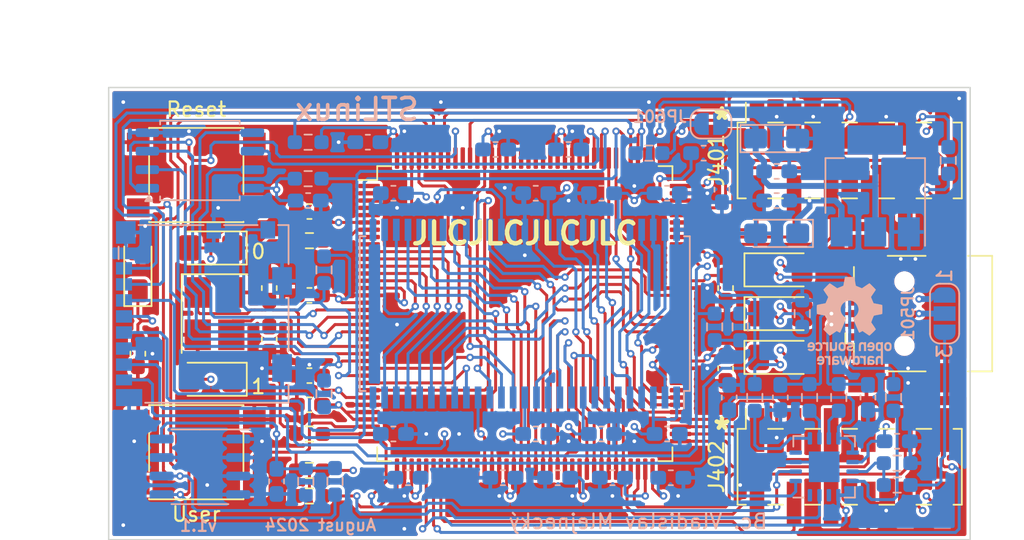
<source format=kicad_pcb>
(kicad_pcb (version 20240108) (generator "pcbnew") (generator_version "8.0")
  (layers (0 "F.Cu" signal) (1 "In1.Cu" power) (2 "In2.Cu" power) (31 "B.Cu" signal) (36 "B.SilkS" user "B.Silkscreen") (37 "F.SilkS" user "F.Silkscreen") (38 "B.Mask" user) (39 "F.Mask" user) (44 "Edge.Cuts" user))
  (net 0 "")
  (net 1 "GND")
  (net 2 "VDD")
  (net 3 "/MCU/SDIO.D2")
  (net 4 "/MCU/SDIO.D3")
  (net 5 "/MCU/SDIO.CMD")
  (net 6 "/MCU/SDIO.CLK")
  (net 7 "/MCU/SDIO.D0")
  (net 8 "/MCU/SDIO.D1")
  (net 9 "/Low level IO/SWD.DIO")
  (net 10 "/Low level IO/USER_BUTTON")
  (net 11 "/Low level IO/USER_LED0")
  (net 12 "/Low level IO/USER_LED1")
  (net 13 "/Low level IO/SWD.CLK")
  (net 14 "/MCU/I2C.SDA")
  (net 15 "/MCU/I2C.SCL")
  (net 16 "/MCU/QSPI.IO3")
  (net 17 "/MCU/QSPI.SCK")
  (net 18 "/MCU/QSPI.IO0")
  (net 19 "/MCU/QSPI.IO2")
  (net 20 "/MCU/QSPI.NCS")
  (net 21 "/MCU/SDRAM.DQ0")
  (net 22 "/MCU/SDRAM.DQ1")
  (net 23 "/MCU/SDRAM.DQ2")
  (net 24 "/MCU/SDRAM.DQ3")
  (net 25 "/MCU/SDRAM.DQ4")
  (net 26 "/MCU/SDRAM.DQ5")
  (net 27 "/MCU/SDRAM.DQ6")
  (net 28 "/MCU/SDRAM.DQ7")
  (net 29 "/MCU/SDRAM.LDQM")
  (net 30 "/MCU/SDRAM.WE")
  (net 31 "/MCU/SDRAM.CAS")
  (net 32 "/MCU/SDRAM.RAS")
  (net 33 "/MCU/SDRAM.CS")
  (net 34 "/MCU/SDRAM.BA0")
  (net 35 "/MCU/SDRAM.BA1")
  (net 36 "/MCU/SDRAM.A10")
  (net 37 "/MCU/SDRAM.A0")
  (net 38 "/MCU/SDRAM.A1")
  (net 39 "/MCU/SDRAM.A2")
  (net 40 "/MCU/SDRAM.A3")
  (net 41 "/MCU/SDRAM.A4")
  (net 42 "/MCU/SDRAM.A5")
  (net 43 "/MCU/SDRAM.A6")
  (net 44 "/MCU/SDRAM.A7")
  (net 45 "/MCU/SDRAM.A8")
  (net 46 "/MCU/SDRAM.A9")
  (net 47 "/MCU/SDRAM.A11")
  (net 48 "/MCU/SDRAM.A12")
  (net 49 "/MCU/SDRAM.CKE")
  (net 50 "/MCU/SDRAM.CLK")
  (net 51 "/MCU/SDRAM.UDQM")
  (net 52 "/MCU/SDRAM.DQ8")
  (net 53 "/MCU/SDRAM.DQ9")
  (net 54 "/MCU/SDRAM.DQ10")
  (net 55 "/MCU/SDRAM.DQ11")
  (net 56 "/MCU/SDRAM.DQ12")
  (net 57 "/MCU/SDRAM.DQ13")
  (net 58 "/MCU/SDRAM.DQ14")
  (net 59 "/MCU/SDRAM.DQ15")
  (net 60 "/Low level IO/EXT.PA8")
  (net 61 "/Low level IO/EXT.PA12")
  (net 62 "/MCU/QSPI.IO1")
  (net 63 "/Low level IO/~{RESET}")
  (net 64 "/MCU/~{SD_DET}")
  (net 65 "Net-(U201-VCAP_1)")
  (net 66 "Net-(U201-PH0)")
  (net 67 "Net-(U201-VCAP_2)")
  (net 68 "Net-(U201-PH1)")
  (net 69 "Net-(J501-D+)")
  (net 70 "Net-(J501-D-)")
  (net 71 "Net-(U501-3V3OUT)")
  (net 72 "Net-(D401-K)")
  (net 73 "Net-(D402-K)")
  (net 74 "Net-(D501-K)")
  (net 75 "Net-(D502-K)")
  (net 76 "Net-(D601-K)")
  (net 78 "Net-(J501-VBUS)")
  (net 79 "Net-(JP501-B)")
  (net 80 "/Low level IO/EXT.PA9")
  (net 81 "Net-(U501-USBDM)")
  (net 82 "Net-(U501-USBDP)")
  (net 83 "Net-(U501-CBUS0)")
  (net 84 "Net-(U501-CBUS2)")
  (net 94 "/Low level IO/EXT.PA10")
  (net 95 "/Low level IO/EXT.PA11")
  (net 116 "/UART/VSENSE")
  (net 124 "+5V")
  (net 126 "/Low level IO/EXT.PB10")
  (net 127 "/Low level IO/EXT.PB15")
  (net 128 "/Low level IO/EXT.PB11")
  (net 129 "/Low level IO/EXT.PB13")
  (net 130 "/Low level IO/EXT.PB14")
  (net 131 "/Low level IO/EXT.PB12")
  (net 132 "/Power/+3V3")
  (net 134 "/MCU/UART2.TX")
  (net 135 "/MCU/UART2.RX")
  (net 136 "/Low level IO/EXT.PA5")
  (net 137 "/Low level IO/EXT.PA6")
  (net 138 "/Low level IO/EXT.PA7")
  (net 140 "/Low level IO/EXT.PB4")
  (net 141 "/Low level IO/EXT.PB7")
  (footprint "LED_SMD:LED_1206_3216Metric_Pad1.42x1.75mm_HandSolder" (layer "F.Cu") (at 124.5 101.5 180)
    (property "Reference" "D402" (hide yes))
    (property "Value" "LED")
  )
  (footprint "Connector_PinSocket_2.54mm:PinSocket_2x06_P2.54mm_Vertical_SMD" (layer "F.Cu") (at 168.25 86.5 90)
    (property "Reference" "J401")
    (property "Value" "Extension")
  )
  (footprint "LED_SMD:LED_1206_3216Metric_Pad1.42x1.75mm_HandSolder" (layer "F.Cu") (at 163.5 97)
    (property "Reference" "D601" (hide yes))
    (property "Value" "LED")
  )
  (footprint "LED_SMD:LED_1206_3216Metric_Pad1.42x1.75mm_HandSolder" (layer "F.Cu") (at 124.5 92.5 180)
    (property "Reference" "D401" (hide yes))
    (property "Value" "LED")
  )
  (footprint "Capacitor_Tantalum_SMD:CP_EIA-3216-18_Kemet-A_Pad1.58x1.35mm_HandSolder" (layer "F.Cu") (at 119.5 94 90)
    (property "Reference" "C304" (hide yes))
    (property "Value" "10u")
  )
  (footprint "Capacitor_SMD:C_0603_1608Metric_Pad1.08x0.95mm_HandSolder" (layer "F.Cu") (at 128.5 98.75 -90)
    (property "Reference" "C207" (hide yes))
    (property "Value" "22p")
  )
  (footprint "Resistor_SMD:R_0603_1608Metric_Pad0.98x0.95mm_HandSolder" (layer "F.Cu") (at 131.25 107.75 180)
    (property "Reference" "R403" (hide yes))
    (property "Value" "10k")
  )
  (footprint "Capacitor_SMD:C_0603_1608Metric_Pad1.08x0.95mm_HandSolder" (layer "F.Cu") (at 131.25 103.25 180)
    (property "Reference" "C201" (hide yes))
    (property "Value" "100n")
  )
  (footprint "Resistor_SMD:R_0603_1608Metric_Pad0.98x0.95mm_HandSolder" (layer "F.Cu") (at 131.25 105.25)
    (property "Reference" "R405" (hide yes))
    (property "Value" "330")
  )
  (footprint "Resistor_SMD:R_0603_1608Metric_Pad0.98x0.95mm_HandSolder" (layer "F.Cu") (at 131.25 92)
    (property "Reference" "R404" (hide yes))
    (property "Value" "330")
  )
  (footprint "Capacitor_SMD:C_0603_1608Metric_Pad1.08x0.95mm_HandSolder" (layer "F.Cu") (at 131.25 90 180)
    (property "Reference" "C218" (hide yes))
    (property "Value" "100n")
  )
  (footprint "Button_Switch_SMD:SW_Push_1P1T_NO_6x6mm_H9.5mm" (layer "F.Cu") (at 123.5 106.5)
    (property "Reference" "SW402" (hide yes))
    (property "Value" "USER_Sw")
  )
  (footprint "Resistor_SMD:R_0603_1608Metric_Pad0.98x0.95mm_HandSolder" (layer "F.Cu") (at 131.25 109.5 180)
    (property "Reference" "R505" (hide yes))
    (property "Value" "10k")
  )
  (footprint "Package_QFP:LQFP-144_20x20mm_P0.5mm" (layer "F.Cu") (at 146 97)
    (property "Reference" "U201" (hide yes))
    (property "Value" "STM32F446ZCTx")
  )
  (footprint "Capacitor_SMD:C_0603_1608Metric_Pad1.08x0.95mm_HandSolder" (layer "F.Cu") (at 159.75 100.75 -90)
    (property "Reference" "C211" (hide yes))
    (property "Value" "100n")
  )
  (footprint "Capacitor_SMD:C_0603_1608Metric_Pad1.08x0.95mm_HandSolder" (layer "F.Cu") (at 128.5 95.25 90)
    (property "Reference" "C204" (hide yes))
    (property "Value" "22p")
  )
  (footprint "LED_SMD:LED_1206_3216Metric_Pad1.42x1.75mm_HandSolder" (layer "F.Cu") (at 163.5 94)
    (property "Reference" "D501" (hide yes))
    (property "Value" "LED")
  )
  (footprint "Capacitor_SMD:C_0603_1608Metric_Pad1.08x0.95mm_HandSolder" (layer "F.Cu") (at 159.75 95.25 -90)
    (property "Reference" "C210" (hide yes))
    (property "Value" "100n")
  )
  (footprint "Crystal:Crystal_SMD_3225-4Pin_3.2x2.5mm_HandSoldering" (layer "F.Cu") (at 124.75 97 -90)
    (property "Reference" "Y201" (hide yes))
    (property "Value" "Crystal_GND24")
  )
  (footprint "Connector_USB:USB_Mini-B_Wuerth_65100516121_Horizontal" (layer "F.Cu") (at 172 97 90)
    (property "Reference" "J501" (hide yes))
    (property "Value" "USB_B_Mini")
  )
  (footprint "LED_SMD:LED_1206_3216Metric_Pad1.42x1.75mm_HandSolder" (layer "F.Cu") (at 163.5 100)
    (property "Reference" "D502" (hide yes))
    (property "Value" "LED")
  )
  (footprint "Capacitor_SMD:C_0603_1608Metric_Pad1.08x0.95mm_HandSolder" (layer "F.Cu") (at 131.25 101.25 180)
    (property "Reference" "C202" (hide yes))
    (property "Value" "100n")
  )
  (footprint "Capacitor_SMD:C_0603_1608Metric_Pad1.08x0.95mm_HandSolder" (layer "F.Cu") (at 119.5 99.75 -90)
    (property "Reference" "C303" (hide yes))
    (property "Value" "100n")
  )
  (footprint "Button_Switch_SMD:SW_Push_1P1T_NO_6x6mm_H9.5mm" (layer "F.Cu") (at 123.5 87.5)
    (property "Reference" "SW401" (hide yes))
    (property "Value" "RESET_Sw")
  )
  (footprint "Capacitor_SMD:C_0603_1608Metric_Pad1.08x0.95mm_HandSolder" (layer "F.Cu") (at 131.25 95.75 180)
    (property "Reference" "C205" (hide yes))
    (property "Value" "100n")
  )
  (footprint "Connector_PinSocket_2.54mm:PinSocket_2x06_P2.54mm_Vertical_SMD" (layer "F.Cu") (at 168.25 107.5 90)
    (property "Reference" "J402")
    (property "Value" "Extension")
  )
  (footprint "Capacitor_SMD:C_0603_1608Metric_Pad1.08x0.95mm_HandSolder" (layer "B.Cu") (at 158.25 86)
    (property "Reference" "C206" (hide yes))
    (property "Value" "2u2")
  )
  (footprint "Capacitor_SMD:C_0603_1608Metric_Pad1.08x0.95mm_HandSolder" (layer "B.Cu") (at 163.25 87.25)
    (property "Reference" "C604" (hide yes))
    (property "Value" "100n")
  )
  (footprint "Capacitor_SMD:C_0603_1608Metric_Pad1.08x0.95mm_HandSolder" (layer "B.Cu") (at 149 85.75)
    (property "Reference" "C215" (hide yes))
    (property "Value" "100n")
  )
  (footprint "Resistor_SMD:R_0603_1608Metric_Pad0.98x0.95mm_HandSolder" (layer "B.Cu") (at 132.25 102.5 90)
    (property "Reference" "R402" (hide yes))
    (property "Value" "10k")
  )
  (footprint "Capacitor_SMD:C_0603_1608Metric_Pad1.08x0.95mm_HandSolder" (layer "B.Cu") (at 137 105.25)
    (property "Reference" "C308" (hide yes))
    (property "Value" "100n")
  )
  (footprint "Resistor_SMD:R_0603_1608Metric_Pad0.98x0.95mm_HandSolder" (layer "B.Cu") (at 160.75 97.9125 -90)
    (property "Reference" "R305" (hide yes))
    (property "Value" "47k")
  )
  (footprint "Capacitor_SMD:C_0603_1608Metric_Pad1.08x0.95mm_HandSolder" (layer "B.Cu") (at 144 85.75)
    (property "Reference" "C216" (hide yes))
    (property "Value" "100n")
  )
  (footprint "Capacitor_Tantalum_SMD:CP_EIA-3216-18_Kemet-A_Pad1.58x1.35mm_HandSolder" (layer "B.Cu") (at 163.25 85)
    (property "Reference" "C603" (hide yes))
    (property "Value" "10u")
  )
  (footprint "Resistor_SMD:R_0603_1608Metric_Pad0.98x0.95mm_HandSolder" (layer "B.Cu") (at 131.1625 87.75 180)
    (property "Reference" "R303" (hide yes))
    (property "Value" "47k")
  )
  (footprint "Jumper:SolderJumper-3_P1.3mm_Open_RoundedPad1.0x1.5mm_NumberLabels" (layer "B.Cu") (at 174.75 97 -90)
    (property "Reference" "JP501")
    (property "Value" "Bus/Self")
  )
  (footprint "Package_SO:SOP-8_3.9x4.9mm_P1.27mm" (layer "B.Cu") (at 123.75 107.5 180)
    (property "Reference" "U301" (hide yes))
    (property "Value" "24LC08")
  )
  (footprint "Capacitor_SMD:C_0603_1608Metric_Pad1.08x0.95mm_HandSolder" (layer "B.Cu") (at 144.5 108.25 180)
    (property "Reference" "C217" (hide yes))
    (property "Value" "100n")
  )
  (footprint "Capacitor_SMD:C_0603_1608Metric_Pad1.08x0.95mm_HandSolder" (layer "B.Cu") (at 169.5 102.75 -90)
    (property "Reference" "C502" (hide yes))
    (property "Value" "47p")
  )
  (footprint "Capacitor_SMD:C_0603_1608Metric_Pad1.08x0.95mm_HandSolder" (layer "B.Cu") (at 146.75 105.25)
    (property "Reference" "C309" (hide yes))
    (property "Value" "100n")
  )
  (footprint "Capacitor_Tantalum_SMD:CP_EIA-3216-18_Kemet-A_Pad1.58x1.35mm_HandSolder" (layer "B.Cu") (at 163.25 91.5 180)
    (property "Reference" "C601" (hide yes))
    (property "Value" "10u")
  )
  (footprint "Capacitor_SMD:C_0603_1608Metric_Pad1.08x0.95mm_HandSolder" (layer "B.Cu") (at 135.25 85.25 180)
    (property "Reference" "C214" (hide yes))
    (property "Value" "100n")
  )
  (footprint "Capacitor_SMD:C_0603_1608Metric_Pad1.08x0.95mm_HandSolder" (layer "B.Cu") (at 146.75 88.75 180)
    (property "Reference" "C306" (hide yes))
    (property "Value" "100n")
  )
  (footprint "Capacitor_SMD:C_0603_1608Metric_Pad1.08x0.95mm_HandSolder" (layer "B.Cu") (at 151.25 105.25)
    (property "Reference" "C310" (hide yes))
    (property "Value" "100n")
  )
  (footprint "Capacitor_SMD:C_0603_1608Metric_Pad1.08x0.95mm_HandSolder" (layer "B.Cu") (at 138 108.25 180)
    (property "Reference" "C213" (hide yes))
    (property "Value" "100n")
  )
  (footprint "Resistor_SMD:R_0603_1608Metric_Pad0.98x0.95mm_HandSolder" (layer "B.Cu") (at 131.1625 85.25)
    (property "Reference" "R302" (hide yes))
    (property "Value" "47k")
  )
  (footprint "Resistor_SMD:R_0603_1608Metric_Pad0.98x0.95mm_HandSolder" (layer "B.Cu") (at 165 97 90)
    (property "Reference" "R601" (hide yes))
    (property "Value" "330")
  )
  (footprint "Resistor_SMD:R_0603_1608Metric_Pad0.98x0.95mm_HandSolder" (layer "B.Cu") (at 131 108.5 90)
    (property "Reference" "R308" (hide yes))
    (property "Value" "4k7")
  )
  (footprint "Resistor_SMD:R_0603_1608Metric_Pad0.98x0.95mm_HandSolder" (layer "B.Cu") (at 165.5 102.75 -90)
    (property "Reference" "R504" (hide yes))
    (property "Value" "27")
  )
  (footprint "Capacitor_SMD:C_0603_1608Metric_Pad1.08x0.95mm_HandSolder" (layer "B.Cu") (at 129 108.5 -90)
    (property "Reference" "C301" (hide yes))
    (property "Value" "100n")
  )
  (footprint "Capacitor_SMD:C_0603_1608Metric_Pad1.08x0.95mm_HandSolder" (layer "B.Cu") (at 163.5 102.75 -90)
    (property "Reference" "C501" (hide yes))
    (property "Value" "47p")
  )
  (footprint "Resistor_SMD:R_0603_1608Metric_Pad0.98x0.95mm_HandSolder" (layer "B.Cu") (at 161.75 102.75 90)
    (property "Reference" "R507" (hide yes))
    (property "Value" "330")
  )
  (footprint "Capacitor_SMD:C_0603_1608Metric_Pad1.08x0.95mm_HandSolder" (layer "B.Cu") (at 148.25 108.25 180)
    (property "Reference" "C208" (hide yes))
    (property "Value" "100n")
  )
  (footprint "Resistor_SMD:R_0603_1608Metric_Pad0.98x0.95mm_HandSolder" (layer "B.Cu") (at 154.5 86)
    (property "Reference" "R301" (hide yes))
    (property "Value" "47k")
  )
  (footprint "Package_DFN_QFN:QFN-16-1EP_4x4mm_P0.65mm_EP2.1x2.1mm" (layer "B.Cu") (at 166.5 107.5)
    (property "Reference" "U501" (hide yes))
    (property "Value" "FT230XQ")
  )
  (footprint "Capacitor_SMD:C_0603_1608Metric_Pad1.08x0.95mm_HandSolder" (layer "B.Cu") (at 155.75 88.75)
    (property "Reference" "C304" (hide yes))
    (property "Value" "100n")
  )
  (footprint "Capacitor_SMD:C_0603_1608Metric_Pad1.08x0.95mm_HandSolder" (layer "B.Cu") (at 171.5 105.75)
    (property "Reference" "C504" (hide yes))
    (property "Value" "100n")
  )
  (footprint "Resistor_SMD:R_0603_1608Metric_Pad0.98x0.95mm_HandSolder" (layer "B.Cu") (at 171.5 107.25)
    (property "Reference" "R502" (hide yes))
    (property "Value" "10k")
  )
  (footprint "Capacitor_SMD:C_0603_1608Metric_Pad1.08x0.95mm_HandSolder" (layer "B.Cu") (at 160 102.75 90)
    (property "Reference" "C503" (hide yes))
    (property "Value" "100n")
  )
  (footprint "Resistor_SMD:R_0603_1608Metric_Pad0.98x0.95mm_HandSolder" (layer "B.Cu") (at 167.5 102.75 -90)
    (property "Reference" "R503" (hide yes))
    (property "Value" "27")
  )
  (footprint "Package_SO:TSOP-II-54_22.2x10.16mm_P0.8mm" (layer "B.Cu") (at 146 97 90)
    (property "Reference" "U303" (hide yes))
    (property "Value" "IS42S16160J")
  )
  (footprint "Symbol:OSHW-Logo_5.7x6mm_SilkScreen" (layer "B.Cu") (at 168.25 97.5 180)
    (property "Reference" "REF**" (hide yes))
    (property "Value" "OSHW-Logo_5.7x6mm_SilkScreen" (hide yes))
  )
  (footprint "Resistor_SMD:R_0603_1608Metric_Pad0.98x0.95mm_HandSolder" (layer "B.Cu") (at 175 86.5 90)
    (property "Reference" "R401" (hide yes))
    (property "Value" "10k")
  )
  (footprint "Capacitor_SMD:C_0603_1608Metric_Pad1.08x0.95mm_HandSolder" (layer "B.Cu") (at 151.25 88.75 180)
    (property "Reference" "C305" (hide yes))
    (property "Value" "100n")
  )
  (footprint "Resistor_SMD:R_0603_1608Metric_Pad0.98x0.95mm_HandSolder" (layer "B.Cu") (at 159 97.9125 -90)
    (property "Reference" "R304" (hide yes))
    (property "Value" "47k")
  )
  (footprint "Jumper:SolderJumper-2_P1.3mm_Open_RoundedPad1.0x1.5mm" (layer "B.Cu") (at 158.75 84 180)
    (property "Reference" "JP601")
    (property "Value" "VDD_EN")
  )
  (footprint "Capacitor_SMD:C_0603_1608Metric_Pad1.08x0.95mm_HandSolder" (layer "B.Cu") (at 163.25 89.25 180)
    (property "Reference" "C602" (hide yes))
    (property "Value" "100n")
  )
  (footprint "Capacitor_SMD:C_0603_1608Metric_Pad1.08x0.95mm_HandSolder" (layer "B.Cu") (at 131.1625 89.25)
    (property "Reference" "C302" (hide yes))
    (property "Value" "100n")
  )
  (footprint "Resistor_SMD:R_0603_1608Metric_Pad0.98x0.95mm_HandSolder" (layer "B.Cu") (at 133 108.5 90)
    (property "Reference" "R307" (hide yes))
    (property "Value" "4k7")
  )
  (footprint "Capacitor_SMD:C_0603_1608Metric_Pad1.08x0.95mm_HandSolder" (layer "B.Cu") (at 137 88.75 180)
    (property "Reference" "C307" (hide yes))
    (property "Value" "100n")
  )
  (footprint "Capacitor_SMD:C_0603_1608Metric_Pad1.08x0.95mm_HandSolder" (layer "B.Cu") (at 159.5 88.5 -90)
    (property "Reference" "C212" (hide yes))
    (property "Value" "100n")
  )
  (footprint "Capacitor_SMD:C_0603_1608Metric_Pad1.08x0.95mm_HandSolder" (layer "B.Cu") (at 155.75 105.25)
    (property "Reference" "C311" (hide yes))
    (property "Value" "100n")
  )
  (footprint "Resistor_SMD:R_0603_1608Metric_Pad0.98x0.95mm_HandSolder" (layer "B.Cu") (at 171.5 108.75)
    (property "Reference" "R501" (hide yes))
    (property "Value" "4k7")
  )
  (footprint "Resistor_SMD:R_0603_1608Metric_Pad0.98x0.95mm_HandSolder" (layer "B.Cu") (at 171.25 102.75 90)
    (property "Reference" "R506" (hide yes))
    (property "Value" "330")
  )
  (footprint "Connector_Card:microSD_HC_Molex_104031-0811" (layer "B.Cu") (at 124 97 -90)
    (property "Reference" "J301" (hide yes))
    (property "Value" "Micro_SD_Card_Det")
  )
  (footprint "Capacitor_SMD:C_0603_1608Metric_Pad1.08x0.95mm_HandSolder" (layer "B.Cu") (at 156 108.25)
    (property "Reference" "C209" (hide yes))
    (property "Value" "100n")
  )
  (footprint "Package_SO:SOIC-8_5.23x5.23mm_P1.27mm" (layer "B.Cu") (at 123.75 86.5)
    (property "Reference" "U302" (hide yes))
    (property "Value" "IS25LP064A-JBLE")
  )
  (footprint "Capacitor_SMD:C_0603_1608Metric_Pad1.08x0.95mm_HandSolder" (layer "B.Cu") (at 152 108.25 180)
    (property "Reference" "C203" (hide yes))
    (property "Value" "2u2")
  )
  (footprint "Resistor_SMD:R_0603_1608Metric_Pad0.98x0.95mm_HandSolder" (layer "B.Cu") (at 132.25 94 90)
    (property "Reference" "R306" (hide yes))
    (property "Value" "4k7")
  )
  (footprint "Package_TO_SOT_SMD:SOT-223-3_TabPin2" (layer "B.Cu") (at 170 88.25 90)
    (property "Reference" "U601" (hide yes))
    (property "Value" "LD1117S33TR_SOT223")
  )
  (gr_rect (start 117.5 81.5) (end 176.5 112.5) (stroke (width 0.1)) (fill none) (layer "Edge.Cuts"))
  (gr_text "Bc. Vladislav Mlejnecký\n" (at 153.75 111.25 0) (layer "B.SilkS") (effects (font (size 1 1)) (justify mirror)))
  (gr_text "STLinux" (at 134.5 83 0) (layer "B.SilkS") (effects (font (size 1.5 1.5) (thickness 0.25)) (justify mirror)))
  (gr_text "v1.1" (at 125 112 0) (layer "B.SilkS") (effects (font (size 0.8 0.8)) (justify left bottom mirror)))
  (gr_text "August 2024" (at 132 111.5 0) (layer "B.SilkS") (effects (font (size 0.8 0.8)) (justify mirror)))
  (gr_text "JLCJLCJLCJLC" (at 146 91.5 0) (layer "F.SilkS") (effects (font (size 1.5 1.5) (thickness 0.3))))
  (gr_text "1" (at 127.75 102 0) (layer "F.SilkS") (effects (font (size 1 1))))
  (gr_text "*" (at 159.5 83.75 0) (layer "F.SilkS") (effects (font (size 1.5 1.5) (thickness 0.3))))
  (gr_text "0" (at 127.75 92.75 0) (layer "F.SilkS") (effects (font (size 1 1))))
  (gr_text "*" (at 159.5 105 0) (layer "F.SilkS") (effects (font (size 1.5 1.5) (thickness 0.3))))
  (gr_text "User\n" (at 123.5 110.75 0) (layer "F.SilkS") (effects (font (size 1 1))))
  (gr_text "Reset" (at 123.5 83 0) (layer "F.SilkS") (effects (font (size 1 1))))
  (segment (start 170.5 83.98) (end 169.52 83.98) (width 0.2032) (layer "F.Cu") (net 1))
  (segment (start 130.3875 90) (end 130.3875 90.3625) (width 0.2032) (layer "F.Cu") (net 1))
  (segment (start 135.3375 103.25) (end 139 103.25) (width 0.2032) (layer "F.Cu") (net 1))
  (segment (start 128.5 100.5) (end 128.25 100.75) (width 0.2032) (layer "F.Cu") (net 1))
  (segment (start 159.75 96.1125) (end 158.6125 96.1125) (width 0.2032) (layer "F.Cu") (net 1))
  (segment (start 149.25 109.5) (end 149.25 107.6625) (width 0.2032) (layer "F.Cu") (net 1))
  (segment (start 120.5 100.5) (end 120.3875 100.6125) (width 0.2032) (layer "F.Cu") (net 1))
  (segment (start 139.25 103.5) (end 139.25 105.25) (width 0.2032) (layer "F.Cu") (net 1))
  (segment (start 158.5 100.75) (end 156.6625 100.75) (width 0.2032) (layer "F.Cu") (net 1))
  (segment (start 149.25 84.5) (end 149.25 86.3375) (width 0.2032) (layer "F.Cu") (net 1))
  (segment (start 128.5 99.6125) (end 128.5 100.5) (width 0.2032) (layer "F.Cu") (net 1))
  (segment (start 127.475 105.475) (end 127.75 105.75) (width 0.2032) (layer "F.Cu") (net 1))
  (segment (start 130.75 100.5) (end 131.25 100.5) (width 0.2032) (layer "F.Cu") (net 1))
  (segment (start 119.5 104.275) (end 119.5 105.25) (width 0.2032) (layer "F.Cu") (net 1))
  (segment (start 135.3375 95.75) (end 136.75 95.75) (width 0.2032) (layer "F.Cu") (net 1))
  (segment (start 158.5 101.5) (end 158.5 100.75) (width 0.2032) (layer "F.Cu") (net 1))
  (segment (start 170.75 83.73) (end 170.5 83.98) (width 0.2032) (layer "F.Cu") (net 1))
  (segment (start 130.3875 101.25) (end 130.3875 100.8625) (width 0.2032) (layer "F.Cu") (net 1))
  (segment (start 119.5 105.5) (end 119.25 105.75) (width 0.2032) (layer "F.Cu") (net 1))
  (segment (start 137.75 109.5) (end 137.75 107.6625) (width 0.2032) (layer "F.Cu") (net 1))
  (segment (start 119.5 105.25) (end 119.5 105.5) (width 0.2032) (layer "F.Cu") (net 1))
  (segment (start 158.5 96) (end 158.5 95.25) (width 0.2032) (layer "F.Cu") (net 1))
  (segment (start 130.3875 100.8625) (end 130.75 100.5) (width 0.2032) (layer "F.Cu") (net 1))
  (segment (start 144.25 84.5) (end 144.25 86.3375) (width 0.2032) (layer "F.Cu") (net 1))
  (segment (start 137 97.5) (end 137.25 97.75) (width 0.2032) (layer "F.Cu") (net 1))
  (segment (start 139 103.25) (end 139.25 103.5) (width 0.2032) (layer "F.Cu") (net 1))
  (segment (start 158.5 95.25) (end 156.6625 95.25) (width 0.2032) (layer "F.Cu") (net 1))
  (segment (start 159.75 101.6125) (end 158.6125 101.6125) (width 0.2032) (layer "F.Cu") (net 1))
  (segment (start 137.75 84.5) (end 137.75 86.3375) (width 0.2032) (layer "F.Cu") (net 1))
  (segment (start 127.75 105.75) (end 128 105.75) (width 0.2032) (layer "F.Cu") (net 1))
  (segment (start 169.52 110.02) (end 170.27 110.02) (width 0.2032) (layer "F.Cu") (net 1))
  (segment (start 120.5 99.75) (end 120.5 100.5) (width 0.2032) (layer "F.Cu") (net 1))
  (segment (start 128.25 100.75) (end 128 100.75) (width 0.2032) (layer "F.Cu") (net 1))
  (segment (start 127.475 104.25) (end 127.475 105.475) (width 0.2032) (layer "F.Cu") (net 1))
  (segment (start 158.6125 96.1125) (end 158.5 96) (width 0.2032) (layer "F.Cu") (net 1))
  (segment (start 158.6125 101.6125) (end 158.5 101.5) (width 0.2032) (layer "F.Cu") (net 1))
  (segment (start 137 96) (end 137 97.5) (width 0.2032) (layer "F.Cu") (net 1))
  (segment (start 136.75 95.75) (end 137 96) (width 0.2032) (layer "F.Cu") (net 1))
  (segment (start 119.525 104.25) (end 119.5 104.275) (width 0.2032) (layer "F.Cu") (net 1))
  (segment (start 144.25 109.5) (end 144.25 107.6625) (width 0.2032) (layer "F.Cu") (net 1))
  (segment (start 120.3875 100.6125) (end 119.5 100.6125) (width 0.2032) (layer "F.Cu") (net 1))
  (segment (start 170.27 110.02) (end 170.75 110.5) (width 0.2032) (layer "F.Cu") (net 1))
  (segment (start 170.75 83.5) (end 170.75 83.73) (width 0.2032) (layer "F.Cu") (net 1))
  (segment (start 158.5 88.75) (end 156.6625 88.75) (width 0.2032) (layer "F.Cu") (net 1))
  (via (at 160.75 108.75) (size 0.508) (drill 0.254) (layers "F.Cu" "B.Cu") (net 1))
  (via (at 137.75 109.5) (size 0.508) (drill 0.254) (layers "F.Cu" "B.Cu") (net 1))
  (via (at 175.75 82.25) (size 0.508) (drill 0.254) (layers "F.Cu" "B.Cu") (net 1))
  (via (at 153.5 88.25) (size 0.508) (drill 0.254) (layers "F.Cu" "B.Cu") (net 1))
  (via (at 131.25 100.5) (size 0.508) (drill 0.254) (layers "F.Cu" "B.Cu") (net 1))
  (via (at 144.25 109.5) (size 0.508) (drill 0.254) (layers "F.Cu" "B.Cu") (net 1))
  (via (at 120.5 99.75) (size 0.508) (drill 0.254) (layers "F.Cu" "B.Cu") (net 1))
  (via (at 144.625 88.375) (size 0.508) (drill 0.254) (layers "F.Cu" "B.Cu") (net 1))
  (via (at 156.5 109.5) (size 0.508) (drill 0.254) (layers "F.Cu" "B.Cu") (net 1))
  (via (at 123 84.5) (size 0.508) (drill 0.254) (layers "F.Cu" "B.Cu") (net 1))
  (via (at 137.75 111.75) (size 0.508) (drill 0.254) (layers "F.Cu" "B.Cu") (net 1))
  (via (at 141.5 105.25) (size 0.508) (drill 0.254) (layers "F.Cu" "B.Cu") (net 1))
  (via (at 133.25 85.25) (size 0.508) (drill 0.254) (layers "F.Cu" "B.Cu") (net 1))
  (via (at 119.25 105.75) (size 0.508) (drill 0.254) (layers "F.Cu" "B.Cu") (net 1))
  (via (at 137.25 89.75) (size 0.508) (drill 0.254) (layers "F.Cu" "B.Cu") (net 1))
  (via (at 149.25 109.5) (size 0.508) (drill 0.254) (layers "F.Cu" "B.Cu") (net 1))
  (via (at 144.25 84.5) (size 0.508) (drill 0.254) (layers "F.Cu" "B.Cu") (net 1))
  (via (at 170.75 83.5) (size 0.508) (drill 0.254) (layers "F.Cu" "B.Cu") (net 1))
  (via (at 172.25 101.75) (size 0.508) (drill 0.254) (layers "F.Cu" "B.Cu") (net 1))
  (via (at 158.5 100.75) (size 0.508) (drill 0.254) (layers "F.Cu" "B.Cu") (net 1))
  (via (at 154.5 82.5) (size 0.508) (drill 0.254) (layers "F.Cu" "B.Cu") (net 1))
  (via (at 146 93) (size 0.508) (drill 0.254) (layers "F.Cu" "B.Cu") (net 1))
  (via (at 152 109.5) (size 0.508) (drill 0.254) (layers "F.Cu" "B.Cu") (net 1))
  (via (at 158.5 88.75) (size 0.508) (drill 0.254) (layers "F.Cu" "B.Cu") (net 1))
  (via (at 139.25 105.25) (size 0.508) (drill 0.254) (layers "F.Cu" "B.Cu") (net 1))
  (via (at 118.5 111.5) (size 0.508) (drill 0.254) (layers "F.Cu" "B.Cu") (net 1))
  (via (at 163.25 105.5) (size 0.508) (drill 0.254) (layers "F.Cu" "B.Cu") (net 1))
  (via (at 171.75 93.25) (size 0.508) (drill 0.254) (layers "F.Cu" "B.Cu") (net 1))
  (via (at 149 105.75) (size 0.508) (drill 0.254) (layers "F.Cu" "B.Cu") (net 1))
  (via (at 141.75 89.75) (size 0.508) (drill 0.254) (layers "F.Cu" "B.Cu") (net 1))
  (via (at 118.5 82.5) (size 0.508) (drill 0.254) (layers "F.Cu" "B.Cu") (net 1))
  (via (at 163.25 83.5) (size 0.508) (drill 0.254) (layers "F.Cu" "B.Cu") (net 1))
  (via (at 120 91) (size 0.508) (drill 0.254) (layers "F.Cu" "B.Cu") (net 1))
  (via (at 172.25 100.75) (size 0.508) (drill 0.254) (layers "F.Cu" "B.Cu") (net 1))
  (via (at 124.25 108.75) (size 0.508) (drill 0.254) (layers "F.Cu" "B.Cu") (net 1))
  (via (at 153.5 105.75) (size 0.508) (drill 0.254) (layers "F.Cu" "B.Cu") (net 1))
  (via (at 125 89.75) (size 0.508) (drill 0.254) (layers "F.Cu" "B.Cu") (net 1))
  (via (at 172.75 93.25) (size 0.508) (drill 0.254) (layers "F.Cu" "B.Cu") (net 1))
  (via (at 149 89.25) (size 0.508) (drill 0.254) (layers "F.Cu" "B.Cu") (net 1))
  (via (at 158.5 95.25) (size 0.508) (drill 0.254) (layers "F.Cu" "B.Cu") (net 1))
  (via (at 128 105.75) (size 0.508) (drill 0.254) (layers "F.Cu" "B.Cu") (net 1))
  (via (at 170.75 110.5) (size 0.508) (drill 0.254) (layers "F.Cu" "B.Cu") (net 1))
  (via (at 149.25 84.5) (size 0.508) (drill 0.254) (layers "F.Cu" "B.Cu") (net 1))
  (via (at 137.75 84.5) (size 0.508) (drill 0.254) (layers "F.Cu" "B.Cu") (net 1))
  (via (at 165.75 83.5) (size 0.508) (drill 0.254) (layers "F.Cu" "B.Cu") (net 1))
  (via (at 137.25 97.75) (size 0.508) (drill 0.254) (layers "F.Cu" "B.Cu") (net 1))
  (via (at 128 100.75) (size 0.508) (drill 0.254) (layers "F.Cu" "B.Cu") (net 1))
  (via (at 140.25 82.5) (size 0.508) (drill 0.254) (layers "F.Cu" "B.Cu") (net 1))
  (segment (start 144.8625 86) (end 144.8625 84.8625) (width 0.2032) (layer "B.Cu") (net 1))
  (segment (start 147.3875 109.3875) (end 147.5 109.5) (width 0.2032) (layer "B.Cu") (net 1))
  (segment (start 149.8625 86) (end 149.8625 84.8625) (width 0.2032) (layer "B.Cu") (net 1))
  (segment (start 151.5 109.5) (end 152 109.5) (width 0.2032) (layer "B.Cu") (net 1))
  (segment (start 143.6375 108.25) (end 143.6375 109.1375) (width 0.2032) (layer "B.Cu") (net 1))
  (segment (start 163.5 105.25) (end 163.25 105.5) (width 0.2032) (layer "B.Cu") (net 1))
  (segment (start 164.55 107.175) (end 161.325 107.175) (width 0.2032) (layer "B.Cu") (net 1))
  (segment (start 152.4 104.9625) (end 152.1125 105.25) (width 0.2032) (layer "B.Cu") (net 1))
  (segment (start 134.3875 85.25) (end 133.25 85.25) (width 0.2032) (layer "B.Cu") (net 1))
  (segment (start 163.5 103.6125) (end 163.5 104.75) (width 0.2032) (layer "B.Cu") (net 1))
  (segment (start 152.4 102.75) (end 152.4 104.9625) (width 0.2032) (layer "B.Cu") (net 1))
  (segment (start 118.675 91.435) (end 119.565 91.435) (width 0.2032) (layer "B.Cu") (net 1))
  (segment (start 164.55 107.175) (end 166.175 107.175) (width 0.2032) (layer "B.Cu") (net 1))
  (segment (start 151.1375 109.1375) (end 151.5 109.5) (width 0.2032) (layer "B.Cu") (net 1))
  (segment (start 149.5 84.5) (end 149.25 84.5) (width 0.2032) (layer "B.Cu") (net 1))
  (segment (start 164.5 85.0625) (end 164.6875 85.25) (width 0.3048) (layer "B.Cu") (net 1))
  (segment (start 147.3875 108.25) (end 147.3875 109.3875) (width 0.2032) (layer "B.Cu") (net 1))
  (segment (start 155 89.75) (end 156.3 89.75) (width 0.2032) (layer "B.Cu") (net 1))
  (segment (start 160.75 107.75) (end 160.75 108.75) (width 0.2032) (layer "B.Cu") (net 1))
  (segment (start 143.6375 109.1375) (end 144 109.5) (width 0.2032) (layer "B.Cu") (net 1))
  (segment (start 150 89.1375) (end 150.3875 88.75) (width 0.2032) (layer "B.Cu") (net 1))
  (segment (start 156.8625 109.1375) (end 156.8625 108.25) (width 0.2032) (layer "B.Cu") (net 1))
  (segment (start 144 109.5) (end 144.25 109.5) (width 0.2032) (layer "B.Cu") (net 1))
  (segment (start 156.4 88.9625) (end 156.6125 88.75) (width 0.2032) (layer "B.Cu") (net 1))
  (segment (start 166.175 107.175) (end 166.5 107.5) (width 0.2032) (layer "B.Cu") (net 1))
  (segment (start 158.8625 89.3625) (end 158.5 89) (width 0.2032) (layer "B.Cu") (net 1))
  (segment (start 147.5 109.5) (end 149.25 109.5) (width 0.2032) (layer "B.Cu") (net 1))
  (segment (start 150 91.25) (end 150 89.1375) (width 0.2032) (layer "B.Cu") (net 1))
  (segment (start 149 105.75) (end 148.5 105.25) (width 0.2032) (layer "B.Cu") (net 1))
  (segment (start 137.1375 109.1375) (end 137.5 109.5) (width 0.2032) (layer "B.Cu") (net 1))
  (segment (start 149.5 88.75) (end 149 89.25) (width 0.2032) (layer "B.Cu") (net 1))
  (segment (start 137.1375 108.5) (end 137.1375 109.1375) (width 0.2032) (layer "B.Cu") (net 1))
  (segment (start 145 88.75) (end 145.8875 88.75) (width 0.2032) (layer "B.Cu") (net 1))
  (segment (start 154.8 91.25) (end 154.8 89.95) (width 0.2032) (layer "B.Cu") (net 1))
  (segment (start 150.3875 88.75) (end 149.5 88.75) (width 0.2032) (layer "B.Cu") (net 1))
  (segment (start 144.625 88.375) (end 145 88.75) (width 0.2032) (layer "B.Cu") (net 1))
  (segment (start 119.565 91.435) (end 120 91) (width 0.2032) (layer "B.Cu") (net 1))
  (segment (start 122.905 84.595) (end 119.9 84.595) (width 0.2032) (layer "B.Cu") (net 1))
  (segment (start 146 88.8625) (end 145.8875 88.75) (width 0.2032) (layer "B.Cu") (net 1))
  (segment (start 135.6 89.2875) (end 136.1375 88.75) (width 0.2032) (layer "B.Cu") (net 1))
  (segment (start 137.8625 105.25) (end 139.25 105.25) (width 0.2032) (layer "B.Cu") (net 1))
  (segment (start 159.5 89.3625) (end 158.8625 89.3625) (width 0.2032) (layer "B.Cu") (net 1))
  (segment (start 123 84.5) (end 122.905 84.595) (width 0.2032) (layer "B.Cu") (net 1))
  (segment (start 154.8 89.95) (end 155 89.75) (width 0.2032) (layer "B.Cu") (net 1))
  (segment (start 161.325 107.175) (end 160.75 107.75) (width 0.2032) (layer "B.Cu") (net 1))
  (segment (start 148.5 105.25) (end 147.6125 105.25) (width 0.2032) (layer "B.Cu") (net 1))
  (segment (start 151.1375 108.25) (end 151.1375 109.1375) (width 0.2032) (layer "B.Cu") (net 1))
  (segment (start 144.5 84.5) (end 144.25 84.5) (width 0.2032) (layer "B.Cu") (net 1))
  (segment (start 156.5 109.5) (end 156.8625 109.1375) (width 0.2032) (layer "B.Cu") (net 1))
  (segment (start 149.8625 84.8625) (end 149.5 84.5) (width 0.2032) (layer "B.Cu") (net 1))
  (segment (start 153 105.25) (end 153.5 105.75) (width 0.2032) (layer "B.Cu") (net 1))
  (segment (start 147.6 102.75) (end 147.6 105.2375) (width 0.2032) (layer "B.Cu") (net 1))
  (segment (start 120.145 99.395) (end 118.55 99.395) (width 0.2032) (layer "B.Cu") (net 1))
  (segment (start 144.8625 84.8625) (end 144.5 84.5) (width 0.2032) (layer "B.Cu") (net 1))
  (segment (start 135.6 91.25) (end 135.6 89.2875) (width 0.2032) (layer "B.Cu") (net 1))
  (segment (start 147.6 105.2375) (end 147.6125 105.25) (width 0.2032) (layer "B.Cu") (net 1))
  (segment (start 152.1125 105.25) (end 153 105.25) (width 0.2032) (layer "B.Cu") (net 1))
  (segment (start 156.3 89.75) (end 156.4 89.85) (width 0.2032) (layer "B.Cu") (net 1))
  (segment (start 163.5 104.75) (end 163.5 105.25) (width 0.2032) (layer "B.Cu") (net 1))
  (segment (start 156.4 89.85) (end 156.4 88.9625) (width 0.2032) (layer "B.Cu") (net 1))
  (segment (start 120.5 99.75) (end 120.145 99.395) (width 0.2032) (layer "B.Cu") (net 1))
  (segment (start 137.5 109.5) (end 137.75 109.5) (width 0.2032) (layer "B.Cu") (net 1))
  (segment (start 156.4 91.25) (end 156.4 89.85) (width 0.2032) (layer "B.Cu") (net 1))
  (segment (start 146 91.25) (end 146 88.8625) (width 0.2032) (layer "B.Cu") (net 1))
  (segment (start 158.5 89) (end 158.5 88.75) (width 0.2032) (layer "B.Cu") (net 1))
  (segment (start 126.1675 109.3625) (end 126.125 109.405) (width 0.2032) (layer "B.Cu") (net 1))
  (segment (start 155.5 109.5) (end 155.25 109.5) (width 0.2032) (layer "F.Cu") (net 2))
  (segment (start 132.8625 90.75) (end 132.1125 90) (width 0.2032) (layer "F.Cu") (net 2))
  (segment (start 148.5 84.5) (end 148.75 84.75) (width 0.2032) (layer "F.Cu") (net 2))
  (segment (start 119.5 97.75) (end 119.75 97.5) (width 0.2032) (layer "F.Cu") (net 2))
  (segment (start 123.0125 101.5) (end 124.5 101.5) (width 0.2032) (layer "F.Cu") (net 2))
  (segment (start 158.25 100.25) (end 156.6625 100.25) (width 0.2032) (layer "F.Cu") (net 2))
  (segment (start 143.75 84.75) (end 143.75 86.3375) (width 0.2032) (layer "F.Cu") (net 2))
  (segment (start 138.5 109.5) (end 138.25 109.25) (width 0.2032) (layer "F.Cu") (net 2))
  (segment (start 172.77 83.98) (end 173.25 83.5) (width 0.2032) (layer "F.Cu") (net 2))
  (segment (start 119.75 97.5) (end 120.5 97.5) (width 0.2032) (layer "F.Cu") (net 2))
  (segment (start 135.3375 96.25) (end 133.5 96.25) (width 0.2032) (layer "F.Cu") (net 2))
  (segment (start 145 109.5) (end 144.75 109.25) (width 0.2032) (layer "F.Cu") (net 2))
  (segment (start 149.75 109.25) (end 149.75 107.6625) (width 0.2032) (layer "F.Cu") (net 2))
  (segment (start 130.3375 109.5) (end 131 109.5) (width 0.2032) (layer "F.Cu") (net 2))
  (segment (start 144.75 109.25) (end 144.75 107.6625) (width 0.2032) (layer "F.Cu") (net 2))
  (segment (start 158.5 88) (end 158.25 88.25) (width 0.2032) (layer "F.Cu") (net 2))
  (segment (start 158.5 94.5) (end 158.25 94.75) (width 0.2032) (layer "F.Cu") (net 2))
  (segment (start 119.5 95.4375) (end 119.5 97.25) (width 0.2032) (layer "F.Cu") (net 2))
  (segment (start 134.25 104.25) (end 133.75 103.75) (width 0.2032) (layer "F.Cu") (net 2))
  (segment (start 135.3375 90.75) (end 132.8625 90.75) (width 0.2032) (layer "F.Cu") (net 2))
  (segment (start 133.25 102.25) (end 132.25 102.25) (width 0.2032) (layer "F.Cu") (net 2))
  (segment (start 123.0125 92.5) (end 124.25 92.5) (width 0.2032) (layer "F.Cu") (net 2))
  (segment (start 132.1125 102.1125) (end 132.1125 101.25) (width 0.2032) (layer "F.Cu") (net 2))
  (segment (start 150 109.5) (end 149.75 109.25) (width 0.2032) (layer "F.Cu") (net 2))
  (segment (start 138.25 109.25) (end 138.25 107.6625) (width 0.2032) (layer "F.Cu") (net 2))
  (segment (start 159.75 99.8875) (end 158.6125 99.8875) (width 0.2032) (layer "F.Cu") (net 2))
  (segment (start 143.5 84.5) (end 143.75 84.75) (width 0.2032) (layer "F.Cu") (net 2))
  (segment (start 133.25 102.25) (end 133.75 102.75) (width 0.2032) (layer "F.Cu") (net 2))
  (segment (start 131.25 108) (end 131.5 107.75) (width 0.2032) (layer "F.Cu") (net 2))
  (segment (start 131 109.5) (end 131.25 109.25) (width 0.2032) (layer "F.Cu") (net 2))
  (segment (start 159.75 94.3875) (end 158.6125 94.3875) (width 0.2032) (layer "F.Cu") (net 2))
  (segment (start 164 97) (end 163.5 96.5) (width 0.2032) (layer "F.Cu") (net 2))
  (segment (start 158.5 100) (end 158.25 100.25) (width 0.2032) (layer "F.Cu") (net 2))
  (segment (start 137.25 84.75) (end 137.25 86.3375) (width 0.2032) (layer "F.Cu") (net 2))
  (segment (start 119.5 97.25) (end 119.75 97.5) (width 0.2032) (layer "F.Cu") (net 2))
  (segment (start 158.6125 99.8875) (end 158.5 100) (width 0.2032) (layer "F.Cu") (net 2))
  (segment (start 133.5 96.25) (end 133.25 96) (width 0.2032) (layer "F.Cu") (net 2))
  (segment (start 124.5 92.75) (end 124.5 93.25) (width 0.2032) (layer "F.Cu") (net 2))
  (segment (start 131.25 109.25) (end 131.25 108) (width 0.2032) (layer "F.Cu") (net 2))
  (segment (start 133 95.75) (end 133.25 96) (width 0.2032) (layer "F.Cu") (net 2))
  (segment (start 155.25 109.5) (end 154.75 109) (width 0.2032) (layer "F.Cu") (net 2))
  (segment (start 135.3375 103.75) (end 133.75 103.75) (width 0.2032) (layer "F.Cu") (net 2))
  (segment (start 132.1125 95.75) (end 133 95.75) (width 0.2032) (layer "F.Cu") (net 2))
  (segment (start 172.06 83.98) (end 172.77 83.98) (width 0.2032) (layer "F.Cu") (net 2))
  (segment (start 164.9875 97) (end 164 97) (width 0.2032) (layer "F.Cu") (net 2))
  (segment (start 172.06 110.02) (end 172.77 110.02) (width 0.2032) (layer "F.Cu") (net 2))
  (segment (start 148.75 84.75) (end 148.75 86.3375) (width 0.2032) (layer "F.Cu") (net 2))
  (segment (start 133.75 103.75) (end 133.25 103.25) (width 0.2032) (layer "F.Cu") (net 2))
  (segment (start 135.3375 104.25) (end 134.25 104.25) (width 0.2032) (layer "F.Cu") (net 2))
  (segment (start 124.25 92.5) (end 124.5 92.75) (width 0.2032) (layer "F.Cu") (net 2))
  (segment (start 132.1625 107.75) (end 134.25 107.75) (width 0.2032) (layer "F.Cu") (net 2))
  (segment (start 119.5 98.8875) (end 119.5 97.75) (width 0.2032) (layer "F.Cu") (net 2))
  (segment (start 137 84.5) (end 137.25 84.75) (width 0.2032) (layer "F.Cu") (net 2))
  (segment (start 172.77 110.02) (end 173.25 110.5) (width 0.2032) (layer "F.Cu") (net 2))
  (segment (start 132.25 102.25) (end 132.1125 102.1125) (width 0.2032) (layer "F.Cu") (net 2))
  (segment (start 131.5 107.75) (end 132.1625 107.75) (width 0.2032) (layer "F.Cu") (net 2))
  (segment (start 164 94) (end 163.5 93.5) (width 0.2032) (layer "F.Cu") (net 2))
  (segment (start 132.1125 103.25) (end 133.25 103.25) (width 0.2032) (layer "F.Cu") (net 2))
  (segment (start 164 100) (end 163.5 99.5) (width 0.2032) (layer "F.Cu") (net 2))
  (segment (start 164.9875 94) (end 164 94) (width 0.2032) (layer "F.Cu") (net 2))
  (segment (start 154.75 109) (end 154.75 107.6625) (width 0.2032) (layer "F.Cu") (net 2))
  (segment (start 158.6125 94.3875) (end 158.5 94.5) (width 0.2032) (layer "F.Cu") (net 2))
  (segment (start 158.25 88.25) (end 156.6625 88.25) (width 0.2032) (layer "F.Cu") (net 2))
  (segment (start 158.25 94.75) (end 156.6625 94.75) (width 0.2032) (layer "F.Cu") (net 2))
  (segment (start 133.75 102.75) (end 135.3375 102.75) (width 0.2032) (layer "F.Cu") (net 2))
  (segment (start 164.9875 100) (end 164 100) (width 0.2032) (layer "F.Cu") (net 2))
  (via (at 155.5 109.5) (size 0.508) (drill 0.254) (layers "F.Cu" "B.Cu") (net 2))
  (via (at 153.5 89.25) (size 0.508) (drill 0.254) (layers "F.Cu" "B.Cu") (net 2))
  (via (at 134.25 107.75) (size 0.508) (drill 0.254) (layers "F.Cu" "B.Cu") (net 2))
  (via (at 139.25 89) (size 0.508) (drill 0.254) (layers "F.Cu" "B.Cu") (net 2))
  (via (at 133.25 90.75) (size 0.508) (drill 0.254) (layers "F.Cu" "B.Cu") (net 2))
  (via (at 124.5 101.5) (size 0.508) (drill 0.254) (layers "F.Cu" "B.Cu") (net 2))
  (via (at 138.5 109.5) (size 0.508) (drill 0.254) (layers "F.Cu" "B.Cu") (net 2))
  (via (at 148.875 88.375) (size 0.508) (drill 0.254) (layers "F.Cu" "B.Cu") (net 2))
  (via (at 143.5 84.5) (size 0.508) (drill 0.254) (layers "F.Cu" "B.Cu") (net 2))
  (via (at 158.5 88) (size 0.508) (drill 0.254) (layers "F.Cu" "B.Cu") (net 2))
  (via (at 156.75 84.5) (size 0.508) (drill 0.254) (layers "F.Cu" "B.Cu") (net 2))
  (via (at 124.5 93.25) (size 0.508) (drill 0.254) (layers "F.Cu" "B.Cu") (net 2))
  (via (at 144.5 105.25) (size 0.508) (drill 0.254) (layers "F.Cu" "B.Cu") (net 2))
  (via (at 158.5 100) (size 0.508) (drill 0.254) (layers "F.Cu" "B.Cu") (net 2))
  (via (at 158.5 94.5) (size 0.508) (drill 0.254) (layers "F.Cu" "B.Cu") (net 2))
  (via (at 129 88.5) (size 0.508) (drill 0.254) (layers "F.Cu" "B.Cu") (net 2))
  (via (at 153.5 104.75) (size 0.508) (drill 0.254) (layers "F.Cu" "B.Cu") (net 2))
  (via (at 120.5 97.5) (size 0.508) (drill 0.254) (layers "F.Cu" "B.Cu") (net 2))
  (via (at 170.75 104.75) (size 0.508) (drill 0.254) (layers "F.Cu" "B.Cu") (net 2))
  (via (at 129 105.25) (size 0.508) (drill 0.254) (layers "F.Cu" "B.Cu") (net 2))
  (via (at 163.5 99.5) (size 0.508) (drill 0.254) (layers "F.Cu" "B.Cu") (net 2))
  (via (at 140.5 105.25) (size 0.508) (drill 0.254) (layers "F.Cu" "B.Cu") (net 2))
  (via (at 173.25 83.5) (size 0.508) (drill 0.254) (layers "F.Cu" "B.Cu") (net 2))
  (via (at 133.25 96) (size 0.508) (drill 0.254) (layers "F.Cu" "B.Cu") (net 2))
  (via (at 173.25 110.5) (size 0.508) (drill 0.254) (layers "F.Cu" "B.Cu") (net 2))
  (via (at 133.25 102.25) (size 0.508) (drill 0.254) (layers "F.Cu" "B.Cu") (net 2))
  (via (at 133.25 103.25) (size 0.508) (drill 0.254) (layers "F.Cu" "B.Cu") (net 2))
  (via (at 149 104.75) (size 0.508) (drill 0.254) (layers "F.Cu" "B.Cu") (net 2))
  (via (at 148.5 84.5) (size 0.508) (drill 0.254) (layers "F.Cu" "B.Cu") (net 2))
  (via (at 137 84.5) (size 0.508) (drill 0.254) (layers "F.Cu" "B.Cu") (net 2))
  (via (at 145 109.5) (size 0.508) (drill 0.254) (layers "F.Cu" "B.Cu") (net 2))
  (via (at 163.5 93.5) (size 0.508) (drill 0.254) (layers "F.Cu" "B.Cu") (net 2))
  (via (at 163.5 96.5) (size 0.508) (drill 0.254) (layers "F.Cu" "B.Cu") (net 2))
  (via (at 150 109.5) (size 0.508) (drill 0.254) (layers "F.Cu" "B.Cu") (net 2))
  (segment (start 156.5 84.5) (end 156.75 84.5) (width 0.2032) (layer "B.Cu") (net 2))
  (segment (start 147.6 88.7625) (end 147.6125 88.75) (width 0.2032) (layer "B.Cu") (net 2))
  (segment (start 133.25 96) (end 133.75 96) (width 0.2032) (layer "B.Cu") (net 2))
  (segment (start 168.45 107.175) (end 169.075 107.175) (width 0.2032) (layer "B.Cu") (net 2))
  (segment (start 154.8875 105.25) (end 154 105.25) (width 0.2032) (layer "B.Cu") (net 2))
  (segment (start 152.4 89.0375) (end 152.1125 88.75) (width 0.2032) (layer "B.Cu") (net 2))
  (segment (start 132.075 85.25) (end 132.075 84.425) (width 0.2032) (layer "B.Cu") (net 2))
  (segment (start 152.4 91.25) (end 152.4 89.0375) (width 0.2032) (layer "B.Cu") (net 2))
  (segment (start 129 88.5) (end 129 89) (width 0.2032) (layer "B.Cu") (net 2))
  (segment (start 130.95 107.6375) (end 131 107.5875) (width 0.2032) (layer "B.Cu") (net 2))
  (segment (start 137 84.5) (end 136.25 85.25) (width 0.2032) (layer "B.Cu") (net 2))
  (segment (start 136.5 106.25) (end 140.25 106.25) (width 0.2032) (layer "B.Cu") (net 2))
  (segment (start 132.075 84.425) (end 132.25 84.25) (width 0.2032) (layer "B.Cu") (net 2))
  (segment (start 170.6375 105.75) (end 169.75 105.75) (width 0.2032) (layer "B.Cu") (net 2))
  (segment (start 129 88) (end 129.25 87.75) (width 0.2032) (layer "B.Cu") (net 2))
  (segment (start 145.8875 105.25) (end 144.5 105.25) (width 0.2032) (layer "B.Cu") (net 2))
  (segment (start 148.1375 84.8625) (end 148.5 84.5) (width 0.2032) (layer "B.Cu") (net 2))
  (segment (start 148.875 88.375) (end 148.5 88.75) (width 0.2032) (layer "B.Cu") (net 2))
  (segment (start 154.85 104.25) (end 154.8 104.2) (width 0.2032) (layer "B.Cu") (net 2))
  (segment (start 155.1375 109.1375) (end 155.1375 108.25) (width 0.2032) (layer "B.Cu") (net 2))
  (segment (start 150 108.5) (end 150 109.5) (width 0.2032) (layer "B.Cu") (net 2))
  (segment (start 129 89) (end 129.25 89.25) (width 0.2032) (layer "B.Cu") (net 2))
  (segment (start 132.3375 93) (end 132.25 93.0875) (width 0.2032) (layer "B.Cu") (net 2))
  (segment (start 148.1375 86) (end 148.1375 84.8625) (width 0.2032) (layer "B.Cu") (net 2))
  (segment (start 148.5 88.75) (end 147.6125 88.75) (width 0.2032) (layer "B.Cu") (net 2))
  (segment (start 156 86) (end 156.25 85.75) (width 0.2032) (layer "B.Cu") (net 2))
  (segment (start 139 88.75) (end 137.8625 88.75) (width 0.2032) (layer "B.Cu") (net 2))
  (segment (start 136.1375 105.25) (end 136.1375 105.8875) (width 0.2032) (layer "B.Cu") (net 2))
  (segment (start 143.1375 84.8625) (end 143.5 84.5) (width 0.2032) (layer "B.Cu") (net 2))
  (segment (start 120.195 97.195) (end 118.55 97.195) (width 0.2032) (layer "B.Cu") (net 2))
  (segment (start 169.5 106) (end 169.75 105.75) (width 0.2032) (layer "B.Cu") (net 2))
  (segment (start 155.5 109.5) (end 155.1375 109.1375) (width 0.2032) (layer "B.Cu") (net 2))
  (segment (start 138.8625 109.1375) (end 138.8625 108.5) (width 0.2032) (layer "B.Cu") (net 2))
  (segment (start 149.75 108.25) (end 150 108.5) (width 0.2032) (layer "B.Cu") (net 2))
  (segment (start 134 93.25) (end 133.75 93) (width 0.2032) (layer "B.Cu") (net 2))
  (segment (start 175 83.75) (end 174.75 83.5) (width 0.2032) (layer "B.Cu") (net 2))
  (segment (start 146 105.1375) (end 145.8875 105.25) (width 0.2032) (layer "B.Cu") (net 2))
  (segment (start 134 95.75) (end 134 93.25) (width 0.2032) (layer "B.Cu") (net 2))
  (segment (start 121.5 104.5) (end 121.125 104.875) (width 0.2032) (layer "B.Cu") (net 2))
  (segment (start 133.75 93) (end 132.3375 93) (width 0.2032) (layer "B.Cu") (net 2))
  (segment (start 138.5 109.5) (end 138.8625 109.1375) (width 0.2032) (layer "B.Cu") (net 2))
  (segment (start 146 102.75) (end 146 105.1375) (width 0.2032) (layer "B.Cu") (net 2))
  (segment (start 170.6375 105.75) (end 170.6375 104.8625) (width 0.2032) (layer "B.Cu") (net 2))
  (segment (start 149.5 105.25) (end 150.3875 105.25) (width 0.2032) (layer "B.Cu") (net 2))
  (segment (start 135.6 102.75) (end 135.6 104.7125) (width 0.2032) (layer "B.Cu") (net 2))
  (segment (start 139.25 89) (end 139 88.75) (width 0.2032) (layer "B.Cu") (net 2))
  (segment (start 154.8 104.2) (end 154.8 105.1625) (width 0.2032) (layer "B.Cu") (net 2))
  (segment (start 150 102.75) (end 150 104.8625) (width 0.2032) (layer "B.Cu") (net 2))
  (segment (start 129 107.6375) (end 130.95 107.6375) (width 0.2032) (layer "B.Cu") (net 2))
  (segment (start 157 84) (end 156.75 84.25) (width 0.4064) (layer "B.Cu") (net 2))
  (segment (start 159 99.5) (end 158.5 100) (width 0.2032) (layer "B.Cu") (net 2))
  (segment (start 129 88.5) (end 129 88) (width 0.2032) (layer "B.Cu") (net 2))
  (segment (start 156.4 104.1) (end 156.25 104.25) (width 0.2032) (layer "B.Cu") (net 2))
  (segment (start 159 98.825) (end 160.75 98.825) (width 0.2032) (layer "B.Cu") (net 2))
  (segment (start 129.25 87.75) (end 130.25 87.75) (width 0.2032) (layer "B.Cu") (net 2))
  (segment (start 149.1125 108.25) (end 149.75 108.25) (width 0.2032) (layer "B.Cu") (net 2))
  (segment (start 156.4 102.75) (end 156.4 104.1) (width 0.2032) (layer "B.Cu") (net 2))
  (segment (start 145.3625 109.1375) (end 145 109.5) (width 0.2032) (layer "B.Cu") (net 2))
  (segment (start 156.25 104.25) (end 154.85 104.25) (width 0.2032) (layer "B.Cu") (net 2))
  (segment (start 145.3625 108.25) (end 145.3625 109.1375) (width 0.2032) (layer "B.Cu") (net 2))
  (segment (start 159.5 87.6375) (end 158.8625 87.6375) (width 0.2032) (layer "B.Cu") (net 2))
  (segment (start 147.6 91.25) (end 147.6 88.7625) (width 0.2032) (layer "B.Cu") (net 2))
  (segment (start 121.125 104.875) (end 121.125 105.595) (width 0.2032) (layer "B.Cu") (net 2))
  (segment (start 153 88.75) (end 153.5 89.25) (width 0.2032) (layer "B.Cu") (net 2))
  (segment (start 156.25 85.75) (end 156.25 84.75) (width 0.2032) (layer "B.Cu") (net 2))
  (segment (start 127.35 88.405) (end 128.905 88.405) (width 0.2032) (layer "B.Cu") (net 2))
  (segment (start 136.1375 105.8875) (end 136.5 106.25) (width 0.2032) (layer "B.Cu") (net 2))
  (segment (start 154.8 105.1625) (end 154.8875 105.25) (width 0.2032) (layer "B.Cu") (net 2))
  (segment (start 132.25 84.25) (end 136.75 84.25) (width 0.2032) (layer "B.Cu") (net 2))
  (segment (start 129.25 89.25) (end 130.3 89.25) (width 0.2032) (layer "B.Cu") (net 2))
  (segment (start 150 104.8625) (end 150.3875 105.25) (width 0.2032) (layer "B.Cu") (net 2))
  (segment (start 129 105.25) (end 129 107.6375) (width 0.2032) (layer "B.Cu") (net 2))
  (segment (start 149 104.75) (end 149.5 105.25) (width 0.2032) (layer "B.Cu") (net 2))
  (segment (start 136.75 84.25) (end 137 84.5) (width 0.2032) (layer "B.Cu") (net 2))
  (segment (start 156.75 84.25) (end 156.75 84.5) (width 0.4064) (layer "B.Cu") (net 2))
  (segment (start 132.25 103.4125) (end 133.0875 103.4125) (width 0.2032) (layer "B.Cu") (net 2))
  (segment (start 140.25 106.25) (end 140.5 106) (width 0.2032) (layer "B.Cu") (net 2))
  (segment (start 158.1 84) (end 157 84) (width 0.4064) (layer "B.Cu") (net 2))
  (segment (start 128.75 104.5) (end 121.5 104.5) (width 0.2032) (layer "B.Cu") (net 2))
  (segment (start 169.5 106.75) (end 169.5 106) (width 0.2032) (layer "B.Cu") (net 2))
  (segment (start 159 98.825) (end 159 99.5) (width 0.2032) (layer "B.Cu") (net 2))
  (segment (start 120.5 97.5) (end 120.195 97.195) (width 0.2032) (layer "B.Cu") (net 2))
  (segment (start 133.0875 103.4125) (end 133.25 103.25) (width 0.2032) (layer "B.Cu") (net 2))
  (segment (start 175 85.5875) (end 175 83.75) (width 0.2032) (layer "B.Cu") (net 2))
  (segment (start 129.3625 107.75) (end 129 107.3875) (width 0.2032) (layer "B.Cu") (net 2))
  (segment (start 154 88.75) (end 154.8875 88.75) (width 0.2032) (layer "B.Cu") (net 2))
  (segment (start 129 105.25) (end 129 104.75) (width 0.2032) (layer "B.Cu") (net 2))
  (segment (start 140.5 106) (end 140.5 105.25) (width 0.2032) (layer "B.Cu") (net 2))
  (segment (start 170.6375 104.8625) (end 170.75 104.75) (width 0.2032) (layer "B.Cu") (net 2))
  (segment (start 155.4125 86) (end 156 86) (width 0.2032) (layer "B.Cu") (net 2))
  (segment (start 153.5 89.25) (end 154 88.75) (width 0.2032) (layer "B.Cu") (net 2))
  (segment (start 154 105.25) (end 153.5 104.75) (width 0.2032) (layer "B.Cu") (net 2))
  (segment (start 136.25 85.25) (end 136.1125 85.25) (width 0.2032) (layer "B.Cu") (net 2))
  (segment (start 154.8 102.75) (end 154.8 104.2) (width 0.2032) (layer "B.Cu") (net 2))
  (segment (start 133 107.5875) (end 131 107.5875) (width 0.2032) (layer "B.Cu") (net 2))
  (segment (start 133.75 96) (end 134 95.75) (width 0.2032) (layer "B.Cu") (net 2))
  (segment (start 143.1375 86) (end 143.1375 84.8625) (width 0.2032) (layer "B.Cu") (net 2))
  (segment (start 174.75 83.5) (end 173.25 83.5) (width 0.2032) (layer "B.Cu") (net 2))
  (segment (start 135.6 104.7125) (end 136.1375 105.25) (width 0.2032) (layer "B.Cu") (net 2))
  (segment (start 129 104.75) (end 128.75 104.5) (width 0.2032) (layer "B.Cu") (net 2))
  (segment (start 156.25 84.75) (end 156.5 84.5) (width 0.2032) (layer "B.Cu") (net 2))
  (segment (start 169.075 107.175) (end 169.5 106.75) (width 0.2032) (layer "B.Cu") (net 2))
  (segment (start 158.8625 87.6375) (end 158.5 88) (width 0.2032) (layer "B.Cu") (net 2))
  (segment (start 128.905 88.405) (end 129 88.5) (width 0.2032) (layer "B.Cu") (net 2))
  (segment (start 152.1125 88.75) (end 153 88.75) (width 0.2032) (layer "B.Cu") (net 2))
  (segment (start 153.75 84.75) (end 153.75 86.3375) (width 0.2032) (layer "F.Cu") (net 3))
  (segment (start 154 84.5) (end 153.75 84.75) (width 0.2032) (layer "F.Cu") (net 3))
  (via (at 154 84.5) (size 0.508) (drill 0.254) (layers "F.Cu" "B.Cu") (net 3))
  (segment (start 154 85.75) (end 154 84.5) (width 0.2032) (layer "B.Cu") (net 3))
  (segment (start 118.75 83.25) (end 153.75 83.25) (width 0.2032) (layer "B.Cu") (net 3))
  (segment (start 120.355 93.895) (end 120.75 93.5) (width 0.2032) (layer "B.Cu") (net 3))
  (segment (start 118.55 93.895) (end 120.355 93.895) (width 0.2032) (layer "B.Cu") (net 3))
  (segment (start 154 83.5) (end 154 84.5) (width 0.2032) (layer "B.Cu") (net 3))
  (segment (start 153.5875 86) (end 153.75 86) (width 0.2032) (layer "B.Cu") (net 3))
  (segment (start 120.5 90.25) (end 118.5 90.25) (width 0.2032) (layer "B.Cu") (net 3))
  (segment (start 120.75 90.5) (end 120.5 90.25) (width 0.2032) (layer "B.Cu") (net 3))
  (segment (start 153.75 86) (end 154 85.75) (width 0.2032) (layer "B.Cu") (net 3))
  (segment (start 120.75 93.5) (end 120.75 90.5) (width 0.2032) (layer "B.Cu") (net 3))
  (segment (start 118 84) (end 118.75 83.25) (width 0.2032) (layer "B.Cu") (net 3))
  (segment (start 153.75 83.25) (end 154 83.5) (width 0.2032) (layer "B.Cu") (net 3))
  (segment (start 118.5 90.25) (end 118 89.75) (width 0.2032) (layer "B.Cu") (net 3))
  (segment (start 118 89.75) (end 118 84) (width 0.2032) (layer "B.Cu") (net 3))
  (segment (start 153.25 84.5) (end 153.25 86.3375) (width 0.2032) (layer "F.Cu") (net 4))
  (via (at 153.25 84.5) (size 0.508) (drill 0.254) (layers "F.Cu" "B.Cu") (net 4))
  (segment (start 130.25 83.75) (end 119 83.75) (width 0.2032) (layer "B.Cu") (net 4))
  (segment (start 118.5 89.5) (end 118.75 89.75) (width 0.2032) (layer "B.Cu") (net 4))
  (segment (start 153.25 84.5) (end 153.25 84) (width 0.2032) (layer "B.Cu") (net 4))
  (segment (start 153.25 84) (end 153 83.75) (width 0.2032) (layer "B.Cu") (net 4))
  (segment (start 120.75 89.75) (end 121.25 90.25) (width 0.2032) (layer "B.Cu") (net 4))
  (segment (start 121.005 94.995) (end 118.55 94.995) (width 0.2032) (layer "B.Cu") (net 4))
  (segment (start 118.5 84.25) (end 118.5 89.5) (width 0.2032) (layer "B.Cu") (net 4))
  (segment (start 153 83.75) (end 130.25 83.75) (width 0.2032) (layer "B.Cu") (net 4))
  (segment (start 119 83.75) (end 118.5 84.25) (width 0.2032) (layer "B.Cu") (net 4))
  (segment (start 130.25 85.25) (end 130.25 83.75) (width 0.2032) (layer "B.Cu") (net 4))
  (segment (start 121.25 94.75) (end 121.005 94.995) (width 0.2032) (layer "B.Cu") (net 4))
  (segment (start 118.75 89.75) (end 120.75 89.75) (width 0.2032) (layer "B.Cu") (net 4))
  (segment (start 121.25 90.25) (end 121.25 94.75) (width 0.2032) (layer "B.Cu") (net 4))
  (segment (start 151.5 84.5) (end 151.25 84.75) (width 0.2032) (layer "F.Cu") (net 5))
  (segment (start 151.25 84.75) (end 151.25 86.3375) (width 0.2032) (layer "F.Cu") (net 5))
  (via (at 151.5 84.5) (size 0.508) (drill 0.254) (layers "F.Cu" "B.Cu") (net 5))
  (segment (start 134.5 87.75) (end 134.5 104.75) (width 0.2032) (layer "B.Cu") (net 5))
  (segment (start 131.5 105) (end 131.25 104.75) (width 0.2032) (layer "B.Cu") (net 5))
  (segment (start 134.5 104.75) (end 134.25 105) (width 0.2032) (layer "B.Cu") (net 5))
  (segment (start 131.25 102.75) (end 131 102.5) (width 0.2032) (layer "B.Cu") (net 5))
  (segment (start 134.5 87.5) (end 134.5 87.75) (width 0.2032) (layer "B.Cu") (net 5))
  (segment (start 122.25 102.5) (end 122 102.25) (width 0.2032) (layer "B.Cu") (net 5))
  (segment (start 134.75 87.25) (end 134.5 87.5) (width 0.2032) (layer "B.Cu") (net 5))
  (segment (start 122 96.405) (end 121.69 96.095) (width 0.2032) (layer "B.Cu") (net 5))
  (segment (start 131.25 104.75) (end 131.25 102.75) (width 0.2032) (layer "B.Cu") (net 5))
  (segment (start 151.25 87.25) (end 134.75 87.25) (width 0.2032) (layer "B.Cu") (net 5))
  (segment (start 151.5 84.5) (end 151.5 87) (width 0.2032) (layer "B.Cu") (net 5))
  (segment (start 132.075 87.75) (end 134.5 87.75) (width 0.2032) (layer "B.Cu") (net 5))
  (segment (start 121.69 96.095) (end 118.55 96.095) (width 0.2032) (layer "B.Cu") (net 5))
  (segment (start 134.25 105) (end 131.5 105) (width 0.2032) (layer "B.Cu") (net 5))
  (segment (start 122 102.25) (end 122 96.405) (width 0.2032) (layer "B.Cu") (net 5))
  (segment (start 131 102.5) (end 122.25 102.5) (width 0.2032) (layer "B.Cu") (net 5))
  (segment (start 151.5 87) (end 151.25 87.25) (width 0.2032) (layer "B.Cu") (net 5))
  (segment (start 152.5 84.5) (end 152.75 84.75) (width 0.2032) (layer "F.Cu") (net 6))
  (segment (start 152.25 84.5) (end 152.5 84.5) (width 0.2032) (layer "F.Cu") (net 6))
  (segment (start 152.75 84.75) (end 152.75 86.3375) (width 0.2032) (layer "F.Cu") (net 6))
  (via (at 152.25 84.5) (size 0.508) (drill 0.254) (layers "F.Cu" "B.Cu") (net 6))
  (segment (start 130.75 103.25) (end 130.5 103) (width 0.2032) (layer "B.Cu") (net 6))
  (segment (start 130.75 105.25) (end 130.75 103.25) (width 0.2032) (layer "B.Cu") (net 6))
  (segment (start 131 105.5) (end 130.75 105.25) (width 0.2032) (layer "B.Cu") (net 6))
  (segment (start 130.5 103) (end 121.75 103) (width 0.2032) (layer "B.Cu") (net 6))
  (segment (start 134.75 105.5) (end 131 105.5) (width 0.2032) (layer "B.Cu") (net 6))
  (segment (start 135.25 87.75) (end 135 88) (width 0.2032) (layer "B.Cu") (net 6))
  (segment (start 152.25 87.5) (end 152 87.75) (width 0.2032) (layer "B.Cu") (net 6))
  (segment (start 121.75 103) (end 121.5 102.75) (width 0.2032) (layer "B.Cu") (net 6))
  (segment (start 135 105.25) (end 134.75 105.5) (width 0.2032) (layer "B.Cu") (net 6))
  (segment (start 135 88) (end 135 105.25) (width 0.2032) (layer "B.Cu") (net 6))
  (segment (start 121.5 98.75) (end 121.045 98.295) (width 0.2032) (layer "B.Cu") (net 6))
  (segment (start 121.045 98.295) (end 118.55 98.295) (width 0.2032) (layer "B.Cu") (net 6))
  (segment (start 121.5 102.75) (end 121.5 98.75) (width 0.2032) (layer "B.Cu") (net 6))
  (segment (start 152.25 84.5) (end 152.25 87.5) (width 0.2032) (layer "B.Cu") (net 6))
  (segment (start 152 87.75) (end 135.25 87.75) (width 0.2032) (layer "B.Cu") (net 6))
  (segment (start 158.5 93.75) (end 158 93.75) (width 0.2032) (layer "F.Cu") (net 7))
  (segment (start 157.5 93.25) (end 156.6625 93.25) (width 0.2032) (layer "F.Cu") (net 7))
  (segment (start 158 93.75) (end 157.5 93.25) (width 0.2032) (layer "F.Cu") (net 7))
  (via (at 158.5 93.75) (size 0.508) (drill 0.254) (layers "F.Cu" "B.Cu") (net 7))
  (segment (start 120.5 100.5) (end 120.75 100.5) (width 0.2032) (layer "B.Cu") (net 7))
  (segment (start 157.75 94) (end 157.75 97) (width 0.2032) (layer "B.Cu") (net 7))
  (segment (start 159 97) (end 157.75 97) (width 0.2032) (layer "B.Cu") (net 7))
  (segment (start 130.25 103.75) (end 130.25 105.75) (width 0.2032) (layer "B.Cu") (net 7))
  (segment (start 118.55 100.495) (end 120.495 100.495) (width 0.2032) (layer "B.Cu") (net 7))
  (segment (start 121 103.25) (end 121.25 103.5) (width 0.2032) (layer "B.Cu") (net 7))
  (segment (start 130.5 106) (end 134.5 106) (width 0.2032) (layer "B.Cu") (net 7))
  (segment (start 130 103.5) (end 130.25 103.75) (width 0.2032) (layer "B.Cu") (net 7))
  (segment (start 130.25 105.75) (end 130.5 106) (width 0.2032) (layer "B.Cu") (net 7))
  (segment (start 134.5 106) (end 135.25 106.75) (width 0.2032) (layer "B.Cu") (net 7))
  (segment (start 135.25 106.75) (end 157.25 106.75) (width 0.2032) (layer "B.Cu") (net 7))
  (segment (start 157.25 106.75) (end 157.75 106.25) (width 0.2032) (layer "B.Cu") (net 7))
  (segment (start 120.75 100.5) (end 121 100.75) (width 0.2032) (layer "B.Cu") (net 7))
  (segment (start 158.5 93.75) (end 158 93.75) (width 0.2032) (layer "B.Cu") (net 7))
  (segment (start 120.495 100.495) (end 120.5 100.5) (width 0.2032) (layer "B.Cu") (net 7))
  (segment (start 158 93.75) (end 157.75 94) (width 0.2032) (layer "B.Cu") (net 7))
  (segment (start 121.25 103.5) (end 130 103.5) (width 0.2032) (layer "B.Cu") (net 7))
  (segment (start 157.75 106.25) (end 157.75 97) (width 0.2032) (layer "B.Cu") (net 7))
  (segment (start 121 100.75) (end 121 103.25) (width 0.2032) (layer "B.Cu") (net 7))
  (segment (start 158.25 92.75) (end 156.6625 92.75) (width 0.2032) (layer "F.Cu") (net 8))
  (segment (start 158.5 93) (end 158.25 92.75) (width 0.2032) (layer "F.Cu") (net 8))
  (via (at 158.5 93) (size 0.508) (drill 0.254) (layers "F.Cu" "B.Cu") (net 8))
  (segment (start 161.75 97) (end 160.75 97) (width 0.2032) (layer "B.Cu") (net 8))
  (segment (start 120.5 103.75) (end 120.75 104) (width 0.2032) (layer "B.Cu") (net 8))
  (segment (start 161.75 96) (end 161.5 95.75) (width 0.2032) (layer "B.Cu") (net 8))
  (segment (start 118.55 101.545) (end 120.205 101.545) (width 0.2032) (layer "B.Cu") (net 8))
  (segment (start 159 93) (end 158.5 93) (width 0.2032) (layer "B.Cu") (net 8))
  (segment (start 159.5 95.75) (end 159.25 95.5) (width 0.2032) (layer "B.Cu") (net 8))
  (segment (start 120.75 104) (end 129.5 104) (width 0.2032) (layer "B.Cu") (net 8))
  (segment (start 158.25 107) (end 158.25 102) (width 0.2032) (layer "B.Cu") (net 8))
  (segment (start 120.205 101.545) (end 120.5 101.84) (width 0.2032) (layer "B.Cu") (net 8))
  (segment (start 134.25 106.5) (end 135 107.25) (width 0.2032) (layer "B.Cu") (net 8))
  (segment (start 158 107.25) (end 158.25 107) (width 0.2032) (layer "B.Cu") (net 8))
  (segment (start 135 107.25) (end 158 107.25) (width 0.2032) (layer "B.Cu") (net 8))
  (segment (start 159.25 93.25) (end 159 93) (width 0.2032) (layer "B.Cu") (net 8))
  (segment (start 158.25 102) (end 159.5 100.75) (width 0.2032) (layer "B.Cu") (net 8))
  (segment (start 129.75 106.25) (end 130 106.5) (width 0.2032) (layer "B.Cu") (net 8))
  (segment (start 161 100.75) (end 161.75 100) (width 0.2032) (layer "B.Cu") (net 8))
  (segment (start 130 106.5) (end 134.25 106.5) (width 0.2032) (layer "B.Cu") (net 8))
  (segment (start 129.5 104) (end 129.75 104.25) (width 0.2032) (layer "B.Cu") (net 8))
  (segment (start 159.5 100.75) (end 161 100.75) (width 0.2032) (layer "B.Cu") (net 8))
  (segment (start 120.5 101.84) (end 120.5 103.75) (width 0.2032) (layer "B.Cu") (net 8))
  (segment (start 161.75 100) (end 161.75 97) (width 0.2032) (layer "B.Cu") (net 8))
  (segment (start 161.5 95.75) (end 159.5 95.75) (width 0.2032) (layer "B.Cu") (net 8))
  (segment (start 161.75 97) (end 161.75 96) (width 0.2032) (layer "B.Cu") (net 8))
  (segment (start 129.75 104.25) (end 129.75 106.25) (width 0.2032) (layer "B.Cu") (net 8))
  (segment (start 159.25 95.5) (end 159.25 93.25) (width 0.2032) (layer "B.Cu") (net 8))
  (segment (start 159.75 89.5) (end 159.5 89.75) (width 0.2032) (layer "F.Cu") (net 9))
  (segment (start 174.6 86.35) (end 174.25 86) (width 0.2032) (layer "F.Cu") (net 9))
  (segment (start 159.75 86.25) (end 159.75 89.5) (width 0.2032) (layer "F.Cu") (net 9))
  (segment (start 174.02 89.02) (end 173.5 88.5) (width 0.2032) (layer "F.Cu") (net 9))
  (segment (start 174.25 86) (end 160 86) (width 0.2032) (layer "F.Cu") (net 9))
  (segment (start 174.6 89.02) (end 174.6 86.35) (width 0.2032) (layer "F.Cu") (net 9))
  (segment (start 159.5 89.75) (end 156.6625 89.75) (width 0.2032) (layer "F.Cu") (net 9))
  (segment (start 174.6 89.02) (end 174.02 89.02) (width 0.2032) (layer "F.Cu") (net 9))
  (segment (start 160 86) (end 159.75 86.25) (width 0.2032) (layer "F.Cu") (net 9))
  (via (at 173.5 88.5) (size 0.508) (drill 0.254) (layers "F.Cu" "B.Cu") (net 9))
  (segment (start 175 88.25) (end 174.75 88.5) (width 0.2032) (layer "B.Cu") (net 9))
  (segment (start 175 87.4125) (end 175 88.25) (width 0.2032) (layer "B.Cu") (net 9))
  (segment (start 174.75 88.5) (end 173.5 88.5) (width 0.2032) (layer "B.Cu") (net 9))
  (segment (start 127.475 106.775) (end 127.475 108.75) (width 0.2032) (layer "F.Cu") (net 10))
  (segment (start 131.25 104.75) (end 131.25 106.25) (width 0.2032) (layer "F.Cu") (net 10))
  (segment (start 131.25 106.25) (end 131 106.5) (width 0.2032) (layer "F.Cu") (net 10))
  (segment (start 135.3375 104.75) (end 133 104.75) (width 0.2032) (layer "F.Cu") (net 10))
  (segment (start 127.75 106.5) (end 127.475 106.775) (width 0.2032) (layer "F.Cu") (net 10))
  (segment (start 133 104.75) (end 132.75 104.5) (width 0.2032) (layer "F.Cu") (net 10))
  (segment (start 131 106.5) (end 127.75 106.5) (width 0.2032) (layer "F.Cu") (net 10))
  (segment (start 132.75 104.5) (end 131.5 104.5) (width 0.2032) (layer "F.Cu") (net 10))
  (segment (start 131.5 104.5) (end 131.25 104.75) (width 0.2032) (layer "F.Cu") (net 10))
  (segment (start 130.3375 107.75) (end 130.3375 106.5875) (width 0.2032) (layer "F.Cu") (net 10))
  (segment (start 134.5 91.25) (end 133.75 92) (width 0.2032) (layer "F.Cu") (net 11))
  (segment (start 135.3375 91.25) (end 134.5 91.25) (width 0.2032) (layer "F.Cu") (net 11))
  (segment (start 133.75 92) (end 132.1625 92) (width 0.2032) (layer "F.Cu") (net 11))
  (segment (start 135.3375 105.25) (end 132.1625 105.25) (width 0.2032) (layer "F.Cu") (net 12))
  (segment (start 166.98 83.98) (end 167.77 83.98) (width 0.2032) (layer "F.Cu") (net 13))
  (segment (start 154.75 85) (end 154.75 86.3375) (width 0.2032) (layer "F.Cu") (net 13))
  (segment (start 167.77 83.98) (end 168.25 83.5) (width 0.2032) (layer "F.Cu") (net 13))
  (segment (start 155.25 84.5) (end 154.75 85) (width 0.2032) (layer "F.Cu") (net 13))
  (via (at 168.25 83.5) (size 0.508) (drill 0.254) (layers "F.Cu" "B.Cu") (net 13))
  (via (at 155.25 84.5) (size 0.508) (drill 0.254) (layers "F.Cu" "B.Cu") (net 13))
  (segment (start 155.5 82.5) (end 168 82.5) (width 0.2032) (layer "B.Cu") (net 13))
  (segment (start 168 82.5) (end 168.25 82.75) (width 0.2032) (layer "B.Cu") (net 13))
  (segment (start 168.25 82.75) (end 168.25 83.5) (width 0.2032) (layer "B.Cu") (net 13))
  (segment (start 155.25 82.75) (end 155.5 82.5) (width 0.2032) (layer "B.Cu") (net 13))
  (segment (start 155.25 84.5) (end 155.25 82.75) (width 0.2032) (layer "B.Cu") (net 13))
  (segment (start 139.25 84) (end 139.25 86.3375) (width 0.2032) (layer "F.Cu") (net 14))
  (segment (start 122.405 109.405) (end 122.845 109.405) (width 0.2032) (layer "F.Cu") (net 14))
  (segment (start 122.5 83.75) (end 139 83.75) (width 0.2032) (layer "F.Cu") (net 14))
  (segment (start 122.845 109.405) (end 123 109.25) (width 0.2032) (layer "F.Cu") (net 14))
  (segment (start 122.75 107.5) (end 122 107.5) (width 0.2032) (layer "F.Cu") (net 14))
  (segment (start 123 107.75) (end 122.75 107.5) (width 0.2032) (layer "F.Cu") (net 14))
  (segment (start 122 91) (end 122.5 91) (width 0.2032) (layer "F.Cu") (net 14))
  (segment (start 121.75 91.25) (end 122 91) (width 0.2032) (layer "F.Cu") (net 14))
  (segment (start 122 107.5) (end 121.75 107.25) (width 0.2032) (layer "F.Cu") (net 14))
  (segment (start 122.75 86.75) (end 122.25 86.25) (width 0.2032) (layer "F.Cu") (net 14))
  (segment (start 121.75 107.25) (end 121.75 91.25) (width 0.2032) (layer "F.Cu") (net 14))
  (segment (start 122.25 84) (end 122.5 83.75) (width 0.2032) (layer "F.Cu") (net 14))
  (segment (start 122.25 86.25) (end 122.25 84) (width 0.2032) (layer "F.Cu") (net 14))
  (segment (start 139 83.75) (end 139.25 84) (width 0.2032) (layer "F.Cu") (net 14))
  (segment (start 122.5 91) (end 122.75 90.75) (width 0.2032) (layer "F.Cu") (net 14))
  (segment (start 122.75 90.75) (end 122.75 86.75) (width 0.2032) (layer "F.Cu") (net 14))
  (segment (start 123 109.25) (end 123 107.75) (width 0.2032) (layer "F.Cu") (net 14))
  (via (at 122.405 109.405) (size 0.508) (drill 0.254) (layers "F.Cu" "B.Cu") (net 14))
  (segment (start 122.75 109.75) (end 122.75 110.75) (width 0.2032) (layer "B.Cu") (net 14))
  (segment (start 123 111) (end 132.75 111) (width 0.2032) (layer "B.Cu") (net 14))
  (segment (start 122.405 109.405) (end 122.75 109.75) (width 0.2032) (layer "B.Cu") (net 14))
  (segment (start 132.75 111) (end 133 110.75) (width 0.2032) (layer "B.Cu") (net 14))
  (segment (start 122.405 109.405) (end 121.125 109.405) (width 0.2032) (layer "B.Cu") (net 14))
  (segment (start 133 110.75) (end 133 109.1625) (width 0.2032) (layer "B.Cu") (net 14))
  (segment (start 122.75 110.75) (end 123 111) (width 0.2032) (layer "B.Cu") (net 14))
  (segment (start 139.75 86.3375) (end 139.75 83.5) (width 0.2032) (layer "F.Cu") (net 15))
  (segment (start 121.25 105.25) (end 121.25 107.5) (width 0.2032) (layer "F.Cu") (net 15))
  (segment (start 122.25 87) (end 122.25 90.25) (width 0.2032) (layer "F.Cu") (net 15))
  (segment (start 121.75 86.5) (end 122.25 87) (width 0.2032) (layer "F.Cu") (net 15))
  (segment (start 121.25 90.75) (end 121.25 105.25) (width 0.2032) (layer "F.Cu") (net 15))
  (segment (start 121.25 107.75) (end 121.25 107.5) (width 0.2032) (layer "F.Cu") (net 15))
  (segment (start 139.75 83.5) (end 139.5 83.25) (width 0.2032) (layer "F.Cu") (net 15))
  (segment (start 122 90.5) (end 121.5 90.5) (width 0.2032) (layer "F.Cu") (net 15))
  (segment (start 122 83.25) (end 121.75 83.5) (width 0.2032) (layer "F.Cu") (net 15))
  (segment (start 121.75 83.5) (end 121.75 86.5) (width 0.2032) (layer "F.Cu") (net 15))
  (segment (start 122.385 108.135) (end 121.635 108.135) (width 0.2032) (layer "F.Cu") (net 15))
  (segment (start 139.5 83.25) (end 122 83.25) (width 0.2032) (layer "F.Cu") (net 15))
  (segment (start 121.5 90.5) (end 121.25 90.75) (width 0.2032) (layer "F.Cu") (net 15))
  (segment (start 121.635 108.135) (end 121.25 107.75) (width 0.2032) (layer "F.Cu") (net 15))
  (segment (start 122.25 90.25) (end 122 90.5) (width 0.2032) (layer "F.Cu") (net 15))
  (via (at 122.385 108.135) (size 0.508) (drill 0.254) (layers "F.Cu" "B.Cu") (net 15))
  (segment (start 122.385 108.135) (end 122.885 108.135) (width 0.2032) (layer "B.Cu") (net 15))
  (segment (start 123.25 108.5) (end 123.25 110.25) (width 0.2032) (layer "B.Cu") (net 15))
  (segment (start 123.25 110.25) (end 123.5 110.5) (width 0.2032) (layer "B.Cu") (net 15))
  (segment (start 123.5 110.5) (end 130.75 110.5) (width 0.2032) (layer "B.Cu") (net 15))
  (segment (start 122.385 108.135) (end 121.125 108.135) (width 0.2032) (layer "B.Cu") (net 15))
  (segment (start 131 110.25) (end 131 109.4125) (width 0.2032) (layer "B.Cu") (net 15))
  (segment (start 122.885 108.135) (end 123.25 108.5) (width 0.2032) (layer "B.Cu") (net 15))
  (segment (start 130.75 110.5) (end 131 110.25) (width 0.2032) (layer "B.Cu") (net 15))
  (segment (start 131.5 97) (end 131.75 96.75) (width 0.2032) (layer "F.Cu") (net 16))
  (segment (start 131.75 96.75) (end 135.3375 96.75) (width 0.2032) (layer "F.Cu") (net 16))
  (via (at 131.5 97) (size 0.508) (drill 0.254) (layers "F.Cu" "B.Cu") (net 16))
  (segment (start 124.5 95.25) (end 123.75 94.5) (width 0.2032) (layer "B.Cu") (net 16))
  (segment (start 131.25 97) (end 131 97.25) (width 0.2032) (layer "B.Cu") (net 16))
  (segment (start 124.25 90) (end 124.25 87.5) (width 0.2032) (layer "B.Cu") (net 16))
  (segment (start 124.5 97) (end 124.5 95.25) (width 0.2032) (layer "B.Cu") (net 16))
  (segment (start 123.75 90.5) (end 124.25 90) (width 0.2032) (layer "B.Cu") (net 16))
  (segment (start 124.615 87.135) (end 127.1 87.135) (width 0.2032) (layer "B.Cu") (net 16))
  (segment (start 131 97.25) (end 124.75 97.25) (width 0.2032) (layer "B.Cu") (net 16))
  (segment (start 124.75 97.25) (end 124.5 97) (width 0.2032) (layer "B.Cu") (net 16))
  (segment (start 131.5 97) (end 131.25 97) (width 0.2032) (layer "B.Cu") (net 16))
  (segment (start 124.25 87.5) (end 124.615 87.135) (width 0.2032) (layer "B.Cu") (net 16))
  (segment (start 123.75 94.5) (end 123.75 90.5) (width 0.2032) (layer "B.Cu") (net 16))
  (segment (start 150.75 84.75) (end 150.75 86.3375) (width 0.2032) (layer "F.Cu") (net 17))
  (segment (start 150.5 84.5) (end 150.75 84.75) (width 0.2032) (layer "F.Cu") (net 17))
  (via (at 150.5 84.5) (size 0.508) (drill 0.254) (layers "F.Cu" "B.Cu") (net 17))
  (segment (start 151 86.5) (end 151 85) (width 0.2032) (layer "B.Cu") (net 17))
  (segment (start 128.5 86) (end 128.5 86.5) (width 0.2032) (layer "B.Cu") (net 17))
  (segment (start 128.5 86.5) (end 128.75 86.75) (width 0.2032) (layer "B.Cu") (net 17))
  (segment (start 128.365 85.865) (end 128.5 86) (width 0.2032) (layer "B.Cu") (net 17))
  (segment (start 150.75 86.75) (end 151 86.5) (width 0.2032) (layer "B.Cu") (net 17))
  (segment (start 128.75 86.75) (end 150.75 86.75) (width 0.2032) (layer "B.Cu") (net 17))
  (segment (start 151 85) (end 150.5 84.5) (width 0.2032) (layer "B.Cu") (net 17))
  (segment (start 127.885 85.865) (end 128 85.75) (width 0.2032) (layer "B.Cu") (net 17))
  (segment (start 127.1 85.865) (end 127.885 85.865) (width 0.2032) (layer "B.Cu") (net 17))
  (segment (start 127.35 85.865) (end 128.365 85.865) (width 0.2032) (layer "B.Cu") (net 17))
  (segment (start 132.25 98.5) (end 133 97.75) (width 0.2032) (layer "F.Cu") (net 18))
  (segment (start 133 97.75) (end 135.3375 97.75) (width 0.2032) (layer "F.Cu") (net 18))
  (via (at 132.25 98.5) (size 0.508) (drill 0.254) (layers "F.Cu" "B.Cu") (net 18))
  (segment (start 131.5 97.75) (end 124.25 97.75) (width 0.2032) (layer "B.Cu") (net 18))
  (segment (start 123.25 94.75) (end 123.25 90.25) (width 0.2032) (layer "B.Cu") (net 18))
  (segment (start 124.155 84.595) (end 127.1 84.595) (width 0.2032) (layer "B.Cu") (net 18))
  (segment (start 123.75 85) (end 124.155 84.595) (width 0.2032) (layer "B.Cu") (net 18))
  (segment (start 132.25 98.5) (end 131.5 97.75) (width 0.2032) (layer "B.Cu") (net 18))
  (segment (start 124 97.5) (end 124 95.5) (width 0.2032) (layer "B.Cu") (net 18))
  (segment (start 123.75 89.75) (end 123.75 85) (width 0.2032) (layer "B.Cu") (net 18))
  (segment (start 124.25 97.75) (end 124 97.5) (width 0.2032) (layer "B.Cu") (net 18))
  (segment (start 123.25 90.25) (end 123.75 89.75) (width 0.2032) (layer "B.Cu") (net 18))
  (segment (start 124 95.5) (end 123.25 94.75) (width 0.2032) (layer "B.Cu") (net 18))
  (segment (start 131.25 98.5) (end 132.5 97.25) (width 0.2032) (layer "F.Cu") (net 19))
  (segment (start 132.5 97.25) (end 135.3375 97.25) (width 0.2032) (layer "F.Cu") (net 19))
  (via (at 131.25 98.5) (size 0.508) (drill 0.254) (layers "F.Cu" "B.Cu") (net 19))
  (segment (start 122.75 90) (end 123.25 89.5) (width 0.2032) (layer "B.Cu") (net 19))
  (segment (start 123.25 89.5) (end 123.25 86.25) (width 0.2032) (layer "B.Cu") (net 19))
  (segment (start 122.865 85.865) (end 119.9 85.865) (width 0.2032) (layer "B.Cu") (net 19))
  (segment (start 122.75 95) (end 122.75 90) (width 0.2032) (layer "B.Cu") (net 19))
  (segment (start 123.25 86.25) (end 122.865 85.865) (width 0.2032) (layer "B.Cu") (net 19))
  (segment (start 131 98.25) (end 123.75 98.25) (width 0.2032) (layer "B.Cu") (net 19))
  (segment (start 123.75 98.25) (end 123.5 98) (width 0.2032) (layer "B.Cu") (net 19))
  (segment (start 131.25 98.5) (end 131 98.25) (width 0.2032) (layer "B.Cu") (net 19))
  (segment (start 123.5 95.75) (end 122.75 95) (width 0.2032) (layer "B.Cu") (net 19))
  (segment (start 123.5 98) (end 123.5 95.75) (width 0.2032) (layer "B.Cu") (net 19))
  (segment (start 123 85.25) (end 123 86.25) (width 0.2032) (layer "F.Cu") (net 20))
  (segment (start 123 86.25) (end 123.25 86.5) (width 0.2032) (layer "F.Cu") (net 20))
  (segment (start 123.25 86.5) (end 124.5 86.5) (width 0.2032) (layer "F.Cu") (net 20))
  (segment (start 141.25 86.3375) (end 141.25 84.5) (width 0.2032) (layer "F.Cu") (net 20))
  (via (at 123 85.25) (size 0.508) (drill 0.254) (layers "F.Cu" "B.Cu") (net 20))
  (via (at 124.5 86.5) (size 0.508) (drill 0.254) (layers "F.Cu" "B.Cu") (net 20))
  (via (at 141.25 84.5) (size 0.508) (drill 0.254) (layers "F.Cu" "B.Cu") (net 20))
  (segment (start 123 85.25) (end 119.25 85.25) (width 0.2032) (layer "B.Cu") (net 20))
  (segment (start 128.75 85.25) (end 129 85.5) (width 0.2032) (layer "B.Cu") (net 20))
  (segment (start 119.655 88.405) (end 119.5 88.25) (width 0.2032) (layer "B.Cu") (net 20))
  (segment (start 124.75 85.25) (end 128.75 85.25) (width 0.2032) (layer "B.Cu") (net 20))
  (segment (start 124.5 85.5) (end 124.75 85.25) (width 0.2032) (layer "B.Cu") (net 20))
  (segment (start 141.25 86) (end 141.25 84.5) (width 0.2032) (layer "B.Cu") (net 20))
  (segment (start 129 86) (end 129.25 86.25) (width 0.2032) (layer "B.Cu") (net 20))
  (segment (start 120.15 88.405) (end 119.350001 88.405) (width 0.2032) (layer "B.Cu") (net 20))
  (segment (start 129 85.5) (end 129 86) (width 0.2032) (layer "B.Cu") (net 20))
  (segment (start 124.5 86.5) (end 124.5 85.5) (width 0.2032) (layer "B.Cu") (net 20))
  (segment (start 119.25 85.25) (end 119 85.5) (width 0.2032) (layer "B.Cu") (net 20))
  (segment (start 119.350001 88.405) (end 119 88.054999) (width 0.2032) (layer "B.Cu") (net 20))
  (segment (start 141 86.25) (end 141.25 86) (width 0.2032) (layer "B.Cu") (net 20))
  (segment (start 129.25 86.25) (end 141 86.25) (width 0.2032) (layer "B.Cu") (net 20))
  (segment (start 119 85.5) (end 119 88.054999) (width 0.2032) (layer "B.Cu") (net 20))
  (segment (start 155.5 99.75) (end 156.6625 99.75) (width 0.2032) (layer "F.Cu") (net 21))
  (segment (start 154.75 100.5) (end 155.5 99.75) (width 0.2032) (layer "F.Cu") (net 21))
  (via (at 154.75 100.5) (size 0.508) (drill 0.254) (layers "F.Cu" "B.Cu") (net 21))
  (segment (start 154.75 100.5) (end 155.6 101.35) (width 0.2032) (layer "B.Cu") (net 21))
  (segment (start 155.6 101.35) (end 155.6 102.75) (width 0.2032) (layer "B.Cu") (net 21))
  (segment (start 155 99.25) (end 154.75 99.5) (width 0.2032) (layer "F.Cu") (net 22))
  (segment (start 156.6625 99.25) (end 155 99.25) (width 0.2032) (layer "F.Cu") (net 22))
  (via (at 154.75 99.5) (size 0.508) (drill 0.254) (layers "F.Cu" "B.Cu") (net 22))
  (segment (start 154.25 99.5) (end 154.75 99.5) (width 0.2032) (layer "B.Cu") (net 22))
  (segment (start 154 102.75) (end 154 99.75) (width 0.2032) (layer "B.Cu") (net 22))
  (segment (start 154 99.75) (end 154.25 99.5) (width 0.2032) (layer "B.Cu") (net 22))
  (segment (start 152.25 91.25) (end 152.25 86.3375) (width 0.2032) (layer "F.Cu") (net 23))
  (segment (start 153.25 93.25) (end 153.25 92.25) (width 0.2032) (layer "F.Cu") (net 23))
  (segment (start 153.25 92.25) (end 152.25 91.25) (width 0.2032) (layer "F.Cu") (net 23))
  (via (at 153.25 93.25) (size 0.508) (drill 0.254) (layers "F.Cu" "B.Cu") (net 23))
  (segment (start 153 101.25) (end 152.25 101.25) (width 0.2032) (layer "B.Cu") (net 23))
  (segment (start 152 101) (end 152 98) (width 0.2032) (layer "B.Cu") (net 23))
  (segment (start 152.25 101.25) (end 152 101) (width 0.2032) (layer "B.Cu") (net 23))
  (segment (start 153.2 101.45) (end 153 101.25) (width 0.2032) (layer "B.Cu") (net 23))
  (segment (start 153.25 96.75) (end 153.25 93.25) (width 0.2032) (layer "B.Cu") (net 23))
  (segment (start 153.2 102.75) (end 153.2 101.45) (width 0.2032) (layer "B.Cu") (net 23))
  (segment (start 152 98) (end 153.25 96.75) (width 0.2032) (layer "B.Cu") (net 23))
  (segment (start 152.25 93.25) (end 152.25 92) (width 0.2032) (layer "F.Cu") (net 24))
  (segment (start 152.25 92) (end 151.75 91.5) (width 0.2032) (layer "F.Cu") (net 24))
  (segment (start 151.75 91.5) (end 151.75 86.3375) (width 0.2032) (layer "F.Cu") (net 24))
  (via (at 152.25 93.25) (size 0.508) (drill 0.254) (layers "F.Cu" "B.Cu") (net 24))
  (segment (start 151.5 97.75) (end 152.75 96.5) (width 0.2032) (layer "B.Cu") (net 24))
  (segment (start 152.75 94) (end 152.25 93.5) (width 0.2032) (layer "B.Cu") (net 24))
  (segment (start 152.25 93.5) (end 152.25 93.25) (width 0.2032) (layer "B.Cu") (net 24))
  (segment (start 151.6 101.35) (end 151.5 101.25) (width 0.2032) (layer "B.Cu") (net 24))
  (segment (start 152.75 96.5) (end 152.75 94) (width 0.2032) (layer "B.Cu") (net 24))
  (segment (start 151.6 102.75) (end 151.6 101.35) (width 0.2032) (layer "B.Cu") (net 24))
  (segment (start 151.5 101.25) (end 151.5 97.75) (width 0.2032) (layer "B.Cu") (net 24))
  (segment (start 148 97.5) (end 147.75 97.75) (width 0.2032) (layer "F.Cu") (net 25))
  (segment (start 147.75 97.75) (end 147.75 107.6625) (width 0.2032) (layer "F.Cu") (net 25))
  (segment (start 148.75 97.5) (end 148 97.5) (width 0.2032) (layer "F.Cu") (net 25))
  (via (at 148.75 97.5) (size 0.508) (drill 0.254) (layers "F.Cu" "B.Cu") (net 25))
  (segment (start 146.8 101.7) (end 146.8 102.75) (width 0.2032) (layer "B.Cu") (net 25))
  (segment (start 148.75 97.5) (end 148.25 97.5) (width 0.2032) (layer "B.Cu") (net 25))
  (segment (start 147.75 100.75) (end 146.8 101.7) (width 0.2032) (layer "B.Cu") (net 25))
  (segment (start 147.75 98) (end 147.75 100.75) (width 0.2032) (layer "B.Cu") (net 25))
  (segment (start 148.25 97.5) (end 147.75 98) (width 0.2032) (layer "B.Cu") (net 25))
  (segment (start 148.25 98.5) (end 148.25 107.6625) (width 0.2032) (layer "F.Cu") (net 26))
  (segment (start 148.5 98.25) (end 148.25 98.5) (width 0.2032) (layer "F.Cu") (net 26))
  (segment (start 148.75 98.25) (end 148.5 98.25) (width 0.2032) (layer "F.Cu") (net 26))
  (via (at 148.75 98.25) (size 0.508) (drill 0.254) (layers "F.Cu" "B.Cu") (net 26))
  (segment (start 148.4 100.9) (end 148.4 102.75) (width 0.2032) (layer "B.Cu") (net 26))
  (segment (start 148.25 100.75) (end 148.4 100.9) (width 0.2032) (layer "B.Cu") (net 26))
  (segment (start 148.5 98.25) (end 148.25 98.5) (width 0.2032) (layer "B.Cu") (net 26))
  (segment (start 148.75 98.25) (end 148.5 98.25) (width 0.2032) (layer "B.Cu") (net 26))
  (segment (start 148.25 98.5) (end 148.25 100.75) (width 0.2032) (layer "B.Cu") (net 26))
  (segment (start 149 103.75) (end 149 100.5) (width 0.2032) (layer "F.Cu") (net 27))
  (segment (start 148.75 107.6625) (end 148.75 106.75) (width 0.2032) (layer "F.Cu") (net 27))
  (segment (start 148.75 106.75) (end 149 106.5) (width 0.2032) (layer "F.Cu") (net 27))
  (segment (start 149.75 106.25) (end 149.75 104.5) (width 0.2032) (layer "F.Cu") (net 27))
  (segment (start 149.5 106.5) (end 149.75 106.25) (width 0.2032) (layer "F.Cu") (net 27))
  (segment (start 149 100.5) (end 148.75 100.25) (width 0.2032) (layer "F.Cu") (net 27))
  (segment (start 149.75 104.5) (end 149 103.75) (width 0.2032) (layer "F.Cu") (net 27))
  (segment (start 148.75 100.25) (end 148.75 99.25) (width 0.2032) (layer "F.Cu") (net 27))
  (segment (start 148.75 99.25) (end 149 99) (width 0.2032) (layer "F.Cu") (net 27))
  (segment (start 149 106.5) (end 149.5 106.5) (width 0.2032) (layer "F.Cu") (net 27))
  (via (at 149 99) (size 0.508) (drill 0.254) (layers "F.Cu" "B.Cu") (net 27))
  (segment (start 149 99) (end 148.75 99.25) (width 0.2032) (layer "B.Cu") (net 27))
  (segment (start 148.75 99.25) (end 148.75 100.25) (width 0.2032) (layer "B.Cu") (net 27))
  (segment (start 148.75 100.25) (end 149.2 100.7) (width 0.2032) (layer "B.Cu") (net 27))
  (segment (start 149.2 100.7) (end 149.2 102.75) (width 0.2032) (layer "B.Cu") (net 27))
  (segment (start 149.375 99.875) (end 149.5 100) (width 0.2032) (layer "F.Cu") (net 28))
  (segment (start 150.25 104.25) (end 150.25 107.6625) (width 0.2032) (layer "F.Cu") (net 28))
  (segment (start 149.5 103.5) (end 150.25 104.25) (width 0.2032) (layer "F.Cu") (net 28))
  (segment (start 149.5 100) (end 149.5 103.5) (width 0.2032) (layer "F.Cu") (net 28))
  (via (at 149.375 99.875) (size 0.508) (drill 0.254) (layers "F.Cu" "B.Cu") (net 28))
  (segment (start 150.8 100.175) (end 150.8 102.75) (width 0.2032) (layer "B.Cu") (net 28))
  (segment (start 150.5 99.875) (end 150.8 100.175) (width 0.2032) (layer "B.Cu") (net 28))
  (segment (start 150.5 99.875) (end 149.375 99.875) (width 0.2032) (layer "B.Cu") (net 28))
  (segment (start 142 92.25) (end 141 92.25) (width 0.2032) (layer "F.Cu") (net 29))
  (segment (start 140.5 88.25) (end 139 88.25) (width 0.2032) (layer "F.Cu") (net 29))
  (segment (start 141 92.25) (end 140.75 92) (width 0.2032) (layer "F.Cu") (net 29))
  (segment (start 142.25 99.25) (end 142.25 92.5) (width 0.2032) (layer "F.Cu") (net 29))
  (segment (start 142.25 92.5) (end 142 92.25) (width 0.2032) (layer "F.Cu") (net 29))
  (segment (start 139 88.25) (end 138.75 88) (width 0.2032) (layer "F.Cu") (net 29))
  (segment (start 140.75 88.5) (end 140.5 88.25) (width 0.2032) (layer "F.Cu") (net 29))
  (segment (start 140.75 92) (end 140.75 88.5) (width 0.2032) (layer "F.Cu") (net 29))
  (segment (start 138.75 88) (end 138.75 86.3375) (width 0.2032) (layer "F.Cu") (net 29))
  (via (at 142.25 99.25) (size 0.508) (drill 0.254) (layers "F.Cu" "B.Cu") (net 29))
  (segment (start 143.25 99.25) (end 145.2 101.2) (width 0.2032) (layer "B.Cu") (net 29))
  (segment (start 142.25 99.25) (end 143.25 99.25) (width 0.2032) (layer "B.Cu") (net 29))
  (segment (start 145.2 101.2) (end 145.2 102.75) (width 0.2032) (layer "B.Cu") (net 29))
  (segment (start 142.25 100) (end 141.375 100) (width 0.2032) (layer "F.Cu") (net 30))
  (segment (start 141.375 100) (end 140.625 100.75) (width 0.2032) (layer "F.Cu") (net 30))
  (segment (start 140.625 100.75) (end 135.3375 100.75) (width 0.2032) (layer "F.Cu") (net 30))
  (via (at 142.25 100) (size 0.508) (drill 0.254) (layers "F.Cu" "B.Cu") (net 30))
  (segment (start 144.4 101.15) (end 144.4 102.75) (width 0.2032) (layer "B.Cu") (net 30))
  (segment (start 142.25 100) (end 143.25 100) (width 0.2032) (layer "B.Cu") (net 30))
  (segment (start 143.25 100) (end 144.4 101.15) (width 0.2032) (layer "B.Cu") (net 30))
  (segment (start 142.75 88.75) (end 143.25 88.25) (width 0.2032) (layer "F.Cu") (net 31))
  (segment (start 142.75 98.75) (end 142.75 88.75) (width 0.2032) (layer "F.Cu") (net 31))
  (segment (start 143 99) (end 143 100.5) (width 0.2032) (layer "F.Cu") (net 31))
  (segment (start 143.25 88.25) (end 143.25 86.3375) (width 0.2032) (layer "F.Cu") (net 31))
  (segment (start 143 100.5) (end 142.75 100.75) (width 0.2032) (layer "F.Cu") (net 31))
  (segment (start 143 99) (end 142.75 98.75) (width 0.2032) (layer "F.Cu") (net 31))
  (via (at 142.75 100.75) (size 0.508) (drill 0.254) (layers "F.Cu" "B.Cu") (net 31))
  (segment (start 143.6 101.6) (end 143.6 102.75) (width 0.2032) (layer "B.Cu") (net 31))
  (segment (start 142.75 100.75) (end 143.6 101.6) (width 0.2032) (layer "B.Cu") (net 31))
  (segment (start 143.25 107.6625) (end 143.25 105.5) (width 0.2032) (layer "F.Cu") (net 32))
  (segment (start 143.25 105.5) (end 143 105.25) (width 0.2032) (layer "F.Cu") (net 32))
  (via (at 143 105.25) (size 0.508) (drill 0.254) (layers "F.Cu" "B.Cu") (net 32))
  (segment (start 143 105.25) (end 142.8 105.05) (width 0.2032) (layer "B.Cu") (net 32))
  (segment (start 142.8 105.05) (end 142.8 102.75) (width 0.2032) (layer "B.Cu") (net 32))
  (segment (start 142 100.75) (end 141 101.75) (width 0.2032) (layer "F.Cu") (net 33))
  (segment (start 141 101.75) (end 135.3375 101.75) (width 0.2032) (layer "F.Cu") (net 33))
  (via (at 142 100.75) (size 0.508) (drill 0.254) (layers "F.Cu" "B.Cu") (net 33))
  (segment (start 142 100.75) (end 142 102.75) (width 0.2032) (layer "B.Cu") (net 33))
  (segment (start 148.75 96) (end 150 96) (width 0.2032) (layer "F.Cu") (net 34))
  (segment (start 152.75 95) (end 153.25 95.5) (width 0.2032) (layer "F.Cu") (net 34))
  (segment (start 151 95) (end 152.75 95) (width 0.2032) (layer "F.Cu") (net 34))
  (segment (start 153.25 97.5) (end 153.5 97.75) (width 0.2032) (layer "F.Cu") (net 34))
  (segment (start 153.25 95.5) (end 153.25 97.5) (width 0.2032) (layer "F.Cu") (net 34))
  (segment (start 153.5 97.75) (end 156.6625 97.75) (width 0.2032) (layer "F.Cu") (net 34))
  (segment (start 150 96) (end 151 95) (width 0.2032) (layer "F.Cu") (net 34))
  (via (at 148.75 96) (size 0.508) (drill 0.254) (layers "F.Cu" "B.Cu") (net 34))
  (segment (start 142.125 98.5) (end 141.2 99.425) (width 0.2032) (layer "B.Cu") (net 34))
  (segment (start 148 97) (end 147.25 97.75) (width 0.2032) (layer "B.Cu") (net 34))
  (segment (start 143.25 98.5) (end 142.125 98.5) (width 0.2032) (layer "B.Cu") (net 34))
  (segment (start 147.25 98.5) (end 147 98.75) (width 0.2032) (layer "B.Cu") (net 34))
  (segment (start 148 96.5) (end 148 97) (width 0.2032) (layer "B.Cu") (net 34))
  (segment (start 147 98.75) (end 143.5 98.75) (width 0.2032) (layer "B.Cu") (net 34))
  (segment (start 143.5 98.75) (end 143.25 98.5) (width 0.2032) (layer "B.Cu") (net 34))
  (segment (start 141.2 99.425) (end 141.2 102.75) (width 0.2032) (layer "B.Cu") (net 34))
  (segment (start 147.25 97.75) (end 147.25 98.5) (width 0.2032) (layer "B.Cu") (net 34))
  (segment (start 148.5 96) (end 148 96.5) (width 0.2032) (layer "B.Cu") (net 34))
  (segment (start 148.75 96) (end 148.5 96) (width 0.2032) (layer "B.Cu") (net 34))
  (segment (start 153.75 97) (end 154 97.25) (width 0.2032) (layer "F.Cu") (net 35))
  (segment (start 153.75 95) (end 153.75 97) (width 0.2032) (layer "F.Cu") (net 35))
  (segment (start 148.75 95.25) (end 149.625 95.25) (width 0.2032) (layer "F.Cu") (net 35))
  (segment (start 154 97.25) (end 156.6625 97.25) (width 0.2032) (layer "F.Cu") (net 35))
  (segment (start 150.375 94.5) (end 153.25 94.5) (width 0.2032) (layer "F.Cu") (net 35))
  (segment (start 153.25 94.5) (end 153.75 95) (width 0.2032) (layer "F.Cu") (net 35))
  (segment (start 149.625 95.25) (end 150.375 94.5) (width 0.2032) (layer "F.Cu") (net 35))
  (via (at 148.75 95.25) (size 0.508) (drill 0.254) (layers "F.Cu" "B.Cu") (net 35))
  (segment (start 142 98) (end 143.5 98) (width 0.2032) (layer "B.Cu") (net 35))
  (segment (start 147.5 96.25) (end 148.5 95.25) (width 0.2032) (layer "B.Cu") (net 35))
  (segment (start 140.4 102.75) (end 140.4 99.6) (width 0.2032) (layer "B.Cu") (net 35))
  (segment (start 146.5 98.25) (end 146.75 98) (width 0.2032) (layer "B.Cu") (net 35))
  (segment (start 143.5 98) (end 143.75 98.25) (width 0.2032) (layer "B.Cu") (net 35))
  (segment (start 146.75 97.5) (end 147.5 96.75) (width 0.2032) (layer "B.Cu") (net 35))
  (segment (start 140.4 99.6) (end 142 98) (width 0.2032) (layer "B.Cu") (net 35))
  (segment (start 146.75 98) (end 146.75 97.5) (width 0.2032) (layer "B.Cu") (net 35))
  (segment (start 148.5 95.25) (end 148.75 95.25) (width 0.2032) (layer "B.Cu") (net 35))
  (segment (start 143.75 98.25) (end 146.5 98.25) (width 0.2032) (layer "B.Cu") (net 35))
  (segment (start 147.5 96.75) (end 147.5 96.25) (width 0.2032) (layer "B.Cu") (net 35))
  (segment (start 146.75 96.5) (end 146.75 107.6625) (width 0.2032) (layer "F.Cu") (net 36))
  (via (at 146.75 96.5) (size 0.508) (drill 0.254) (layers "F.Cu" "B.Cu") (net 36))
  (segment (start 139.6 99.65) (end 141.75 97.5) (width 0.2032) (layer "B.Cu") (net 36))
  (segment (start 145.75 97.75) (end 146 97.5) (width 0.2032) (layer "B.Cu") (net 36))
  (segment (start 144 97.75) (end 145.75 97.75) (width 0.2032) (layer "B.Cu") (net 36))
  (segment (start 143.75 97.5) (end 144 97.75) (width 0.2032) (layer "B.Cu") (net 36))
  (segment (start 146 96.75) (end 146.25 96.5) (width 0.2032) (layer "B.Cu") (net 36))
  (segment (start 139.6 102.75) (end 139.6 99.65) (width 0.2032) (layer "B.Cu") (net 36))
  (segment (start 146 97.5) (end 146 96.75) (width 0.2032) (layer "B.Cu") (net 36))
  (segment (start 146.25 96.5) (end 146.75 96.5) (width 0.2032) (layer "B.Cu") (net 36))
  (segment (start 141.75 97.5) (end 143.75 97.5) (width 0.2032) (layer "B.Cu") (net 36))
  (segment (start 141.25 92.75) (end 135.3375 92.75) (width 0.2032) (layer "F.Cu") (net 37))
  (segment (start 141.5 93) (end 141.25 92.75) (width 0.2032) (layer "F.Cu") (net 37))
  (segment (start 141.5 96.5) (end 141.5 93) (width 0.2032) (layer "F.Cu") (net 37))
  (via (at 141.5 96.5) (size 0.508) (drill 0.254) (layers "F.Cu" "B.Cu") (net 37))
  (segment (start 141.5 97) (end 138.8 99.7) (width 0.2032) (layer "B.Cu") (net 37))
  (segment (start 138.8 99.7) (end 138.8 102.75) (width 0.2032) (layer "B.Cu") (net 37))
  (segment (start 141.5 96.5) (end 141.5 97) (width 0.2032) (layer "B.Cu") (net 37))
  (segment (start 140.5 93.25) (end 135.3375 93.25) (width 0.2032) (layer "F.Cu") (net 38))
  (segment (start 140.75 93.5) (end 140.5 93.25) (width 0.2032) (layer "F.Cu") (net 38))
  (segment (start 140.75 96.5) (end 140.75 93.5) (width 0.2032) (layer "F.Cu") (net 38))
  (via (at 140.75 96.5) (size 0.508) (drill 0.254) (layers "F.Cu" "B.Cu") (net 38))
  (segment (start 140.75 97) (end 138 99.75) (width 0.2032) (layer "B.Cu") (net 38))
  (segment (start 138 99.75) (end 138 102.75) (width 0.2032) (layer "B.Cu") (net 38))
  (segment (start 140.75 96.5) (end 140.75 97) (width 0.2032) (layer "B.Cu") (net 38))
  (segment (start 139.75 93.75) (end 135.3375 93.75) (width 0.2032) (layer "F.Cu") (net 39))
  (segment (start 140 96.5) (end 140 94) (width 0.2032) (layer "F.Cu") (net 39))
  (segment (start 140 94) (end 139.75 93.75) (width 0.2032) (layer "F.Cu") (net 39))
  (via (at 140 96.5) (size 0.508) (drill 0.254) (layers "F.Cu" "B.Cu") (net 39))
  (segment (start 137.2 99.8) (end 137.2 102.75) (width 0.2032) (layer "B.Cu") (net 39))
  (segment (start 140 96.5) (end 140 97) (width 0.2032) (layer "B.Cu") (net 39))
  (segment (start 140 97) (end 137.2 99.8) (width 0.2032) (layer "B.Cu") (net 39))
  (segment (start 139 94.25) (end 135.3375 94.25) (width 0.2032) (layer "F.Cu") (net 40))
  (segment (start 139.25 96.5) (end 139.25 94.5) (width 0.2032) (layer "F.Cu") (net 40))
  (segment (start 139.25 94.5) (end 139 94.25) (width 0.2032) (layer "F.Cu") (net 40))
  (via (at 139.25 96.5) (size 0.508) (drill 0.254) (layers "F.Cu" "B.Cu") (net 40))
  (segment (start 139.25 96.5) (end 139.25 97) (width 0.2032) (layer "B.Cu") (net 40))
  (segment (start 139.25 97) (end 136.4 99.85) (width 0.2032) (layer "B.Cu") (net 40))
  (segment (start 136.4 99.85) (end 136.4 102.75) (width 0.2032) (layer "B.Cu") (net 40))
  (segment (start 138.5 95) (end 138.25 94.75) (width 0.2032) (layer "F.Cu") (net 41))
  (segment (start 138.5 96.5) (end 138.5 95) (width 0.2032) (layer "F.Cu") (net 41))
  (segment (start 138.25 94.75) (end 135.3375 94.75) (width 0.2032) (layer "F.Cu") (net 41))
  (via (at 138.5 96.5) (size 0.508) (drill 0.254) (layers "F.Cu" "B.Cu") (net 41))
  (segment (start 136.4 96.7) (end 136.4 91.25) (width 0.2032) (layer "B.Cu") (net 41))
  (segment (start 138.5 96.5) (end 138 97) (width 0.2032) (layer "B.Cu") (net 41))
  (segment (start 138 97) (end 136.7 97) (width 0.2032) (layer "B.Cu") (net 41))
  (segment (start 136.7 97) (end 136.4 96.7) (width 0.2032) (layer "B.Cu") (net 41))
  (segment (start 137.75 96.25) (end 137.75 95.5) (width 0.2032) (layer "F.Cu") (net 42))
  (segment (start 137.75 95.5) (end 137.5 95.25) (width 0.2032) (layer "F.Cu") (net 42))
  (segment (start 137.5 95.25) (end 135.3375 95.25) (width 0.2032) (layer "F.Cu") (net 42))
  (via (at 137.75 96.25) (size 0.508) (drill 0.254) (layers "F.Cu" "B.Cu") (net 42))
  (segment (start 137.5 96.25) (end 137.2 95.95) (width 0.2032) (layer "B.Cu") (net 42))
  (segment (start 137.2 95.95) (end 137.2 91.25) (width 0.2032) (layer "B.Cu") (net 42))
  (segment (start 137.75 96.25) (end 137.5 96.25) (width 0.2032) (layer "B.Cu") (net 42))
  (segment (start 144 102.25) (end 143.75 102.5) (width 0.2032) (layer "F.Cu") (net 43))
  (segment (start 144 97) (end 144 102.25) (width 0.2032) (layer "F.Cu") (net 43))
  (segment (start 143.75 102.5) (end 143.75 107.6625) (width 0.2032) (layer "F.Cu") (net 43))
  (via (at 144 97) (size 0.508) (drill 0.254) (layers "F.Cu" "B.Cu") (net 43))
  (segment (start 143.25 97) (end 142 95.75) (width 0.2032) (layer "B.Cu") (net 43))
  (segment (start 138.5 95.75) (end 138 95.25) (width 0.2032) (layer "B.Cu") (net 43))
  (segment (start 144 97) (end 143.25 97) (width 0.2032) (layer "B.Cu") (net 43))
  (segment (start 142 95.75) (end 138.5 95.75) (width 0.2032) (layer "B.Cu") (net 43))
  (segment (start 138 95.25) (end 138 91.25) (width 0.2032) (layer "B.Cu") (net 43))
  (segment (start 144.75 96.75) (end 144.75 98) (width 0.2032) (layer "F.Cu") (net 44))
  (segment (start 144.75 98) (end 145.25 98.5) (width 0.2032) (layer "F.Cu") (net 44))
  (segment (start 145.25 98.5) (end 145.25 107.6625) (width 0.2032) (layer "F.Cu") (net 44))
  (via (at 144.75 96.75) (size 0.508) (drill 0.254) (layers "F.Cu" "B.Cu") (net 44))
  (segment (start 139 95.25) (end 138.8 95.05) (width 0.2032) (layer "B.Cu") (net 44))
  (segment (start 143.25 96.25) (end 142.25 95.25) (width 0.2032) (layer "B.Cu") (net 44))
  (segment (start 144.25 96.25) (end 143.25 96.25) (width 0.2032) (layer "B.Cu") (net 44))
  (segment (start 142.25 95.25) (end 139 95.25) (width 0.2032) (layer "B.Cu") (net 44))
  (segment (start 144.75 96.75) (end 144.25 96.25) (width 0.2032) (layer "B.Cu") (net 44))
  (segment (start 138.8 95.05) (end 138.8 91.25) (width 0.2032) (layer "B.Cu") (net 44))
  (segment (start 145.75 98.25) (end 145.75 108.1625) (width 0.2032) (layer "F.Cu") (net 45))
  (segment (start 145.5 96.25) (end 145.5 98) (width 0.2032) (layer "F.Cu") (net 45))
  (segment (start 145.25 96) (end 145.5 96.25) (width 0.2032) (layer "F.Cu") (net 45))
  (segment (start 145.5 98) (end 145.75 98.25) (width 0.2032) (layer "F.Cu") (net 45))
  (via (at 145.25 96) (size 0.508) (drill 0.254) (layers "F.Cu" "B.Cu") (net 45))
  (segment (start 143.5 95.75) (end 142.5 94.75) (width 0.2032) (layer "B.Cu") (net 45))
  (segment (start 142.5 94.75) (end 139.875 94.75) (width 0.2032) (layer "B.Cu") (net 45))
  (segment (start 145 95.75) (end 143.5 95.75) (width 0.2032) (layer "B.Cu") (net 45))
  (segment (start 139.6 94.475) (end 139.6 91.25) (width 0.2032) (layer "B.Cu") (net 45))
  (segment (start 139.875 94.75) (end 139.6 94.475) (width 0.2032) (layer "B.Cu") (net 45))
  (segment (start 145.25 96) (end 145 95.75) (width 0.2032) (layer "B.Cu") (net 45))
  (segment (start 146.25 97.75) (end 146 97.5) (width 0.2032) (layer "F.Cu") (net 46))
  (segment (start 146 97.5) (end 146 95.5) (width 0.2032) (layer "F.Cu") (net 46))
  (segment (start 146.25 107.6625) (end 146.25 97.75) (width 0.2032) (layer "F.Cu") (net 46))
  (via (at 146 95.5) (size 0.508) (drill 0.254) (layers "F.Cu" "B.Cu") (net 46))
  (segment (start 142.875 94.25) (end 140.75 94.25) (width 0.2032) (layer "B.Cu") (net 46))
  (segment (start 140.75 94.25) (end 140.4 93.9) (width 0.2032) (layer "B.Cu") (net 46))
  (segment (start 146 95.5) (end 145.75 95.25) (width 0.2032) (layer "B.Cu") (net 46))
  (segment (start 143.875 95.25) (end 142.875 94.25) (width 0.2032) (layer "B.Cu") (net 46))
  (segment (start 145.75 95.25) (end 143.875 95.25) (width 0.2032) (layer "B.Cu") (net 46))
  (segment (start 140.4 93.9) (end 140.4 91.25) (width 0.2032) (layer "B.Cu") (net 46))
  (segment (start 147.5 95.75) (end 147.5 97.25) (width 0.2032) (layer "F.Cu") (net 47))
  (segment (start 146.875 95.125) (end 147.5 95.75) (width 0.2032) (layer "F.Cu") (net 47))
  (segment (start 147.5 97.25) (end 147.25 97.5) (width 0.2032) (layer "F.Cu") (net 47))
  (segment (start 147.25 97.5) (end 147.25 107.6625) (width 0.2032) (layer "F.Cu") (net 47))
  (via (at 146.875 95.125) (size 0.508) (drill 0.254) (layers "F.Cu" "B.Cu") (net 47))
  (segment (start 144.25 94.75) (end 143.25 93.75) (width 0.2032) (layer "B.Cu") (net 47))
  (segment (start 141.2 93.45) (end 141.2 91.25) (width 0.2032) (layer "B.Cu") (net 47))
  (segment (start 141.5 93.75) (end 141.2 93.45) (width 0.2032) (layer "B.Cu") (net 47))
  (segment (start 143.25 93.75) (end 141.5 93.75) (width 0.2032) (layer "B.Cu") (net 47))
  (segment (start 146.5 94.75) (end 144.25 94.75) (width 0.2032) (layer "B.Cu") (net 47))
  (segment (start 146.875 95.125) (end 146.5 94.75) (width 0.2032) (layer "B.Cu") (net 47))
  (segment (start 153 98.25) (end 154.45625 98.25) (width 0.2032) (layer "F.Cu") (net 48))
  (segment (start 152.5 95.5) (end 152.75 95.75) (width 0.2032) (layer "F.Cu") (net 48))
  (segment (start 150 96.75) (end 151.25 95.5) (width 0.2032) (layer "F.Cu") (net 48))
  (segment (start 148 96.5) (end 148.25 96.75) (width 0.2032) (layer "F.Cu") (net 48))
  (segment (start 152.75 95.75) (end 152.75 98) (width 0.2032) (layer "F.Cu") (net 48))
  (segment (start 148 95.25) (end 148 96.5) (width 0.2032) (layer "F.Cu") (net 48))
  (segment (start 152.75 98) (end 153 98.25) (width 0.2032) (layer "F.Cu") (net 48))
  (segment (start 154.45625 98.25) (end 154.95625 98.75) (width 0.2032) (layer "F.Cu") (net 48))
  (segment (start 151.25 95.5) (end 152.5 95.5) (width 0.2032) (layer "F.Cu") (net 48))
  (segment (start 154.95625 98.75) (end 156.6625 98.75) (width 0.2032) (layer "F.Cu") (net 48))
  (segment (start 148.25 96.75) (end 150 96.75) (width 0.2032) (layer "F.Cu") (net 48))
  (segment (start 147.75 95) (end 148 95.25) (width 0.2032) (layer "F.Cu") (net 48))
  (via (at 147.75 95) (size 0.508) (drill 0.254) (layers "F.Cu" "B.Cu") (net 48))
  (segment (start 147.75 95) (end 147 94.25) (width 0.2032) (layer "B.Cu") (net 48))
  (segment (start 144.5 94.25) (end 143.5 93.25) (width 0.2032) (layer "B.Cu") (net 48))
  (segment (start 143.5 93.25) (end 142.25 93.25) (width 0.2032) (layer "B.Cu") (net 48))
  (segment (start 142 93) (end 142 91.25) (width 0.2032) (layer "B.Cu") (net 48))
  (segment (start 142.25 93.25) (end 142 93) (width 0.2032) (layer "B.Cu") (net 48))
  (segment (start 147 94.25) (end 144.5 94.25) (width 0.2032) (layer "B.Cu") (net 48))
  (segment (start 143.25 102.25) (end 135.3375 102.25) (width 0.2032) (layer "F.Cu") (net 49))
  (segment (start 143.25 89.5) (end 143.25 98.5) (width 0.2032) (layer "F.Cu") (net 49))
  (segment (start 143.5 102) (end 143.25 102.25) (width 0.2032) (layer "F.Cu") (net 49))
  (segment (start 143.5 98.75) (end 143.5 102) (width 0.2032) (layer "F.Cu") (net 49))
  (segment (start 143.5 89.25) (end 143.25 89.5) (width 0.2032) (layer "F.Cu") (net 49))
  (segment (start 143.25 98.5) (end 143.5 98.75) (width 0.2032) (layer "F.Cu") (net 49))
  (via (at 143.5 89.25) (size 0.508) (drill 0.254) (layers "F.Cu" "B.Cu") (net 49))
  (segment (start 143 89.25) (end 142.8 89.45) (width 0.2032) (layer "B.Cu") (net 49))
  (segment (start 142.8 89.45) (end 142.8 91.25) (width 0.2032) (layer "B.Cu") (net 49))
  (segment (start 143.5 89.25) (end 143 89.25) (width 0.2032) (layer "B.Cu") (net 49))
  (segment (start 149.25 94) (end 153.75 94) (width 0.2032) (layer "F.Cu") (net 50))
  (segment (start 148.75 94.5) (end 149.25 94) (width 0.2032) (layer "F.Cu") (net 50))
  (segment (start 154.25 95.5) (end 154.5 95.75) (width 0.2032) (layer "F.Cu") (net 50))
  (segment (start 154.5 95.75) (end 156.6625 95.75) (width 0.2032) (layer "F.Cu") (net 50))
  (segment (start 153.75 94) (end 154.25 94.5) (width 0.2032) (layer "F.Cu") (net 50))
  (segment (start 154.25 94.5) (end 154.25 95.5) (width 0.2032) (layer "F.Cu") (net 50))
  (via (at 148.75 94.5) (size 0.508) (drill 0.254) (layers "F.Cu" "B.Cu") (net 50))
  (segment (start 143.6 92.6) (end 143.6 91.25) (width 0.2032) (layer "B.Cu") (net 50))
  (segment (start 148.75 94.5) (end 148 94.5) (width 0.2032) (layer "B.Cu") (net 50))
  (segment (start 148 94.5) (end 147.25 93.75) (width 0.2032) (layer "B.Cu") (net 50))
  (segment (start 144.75 93.75) (end 143.6 92.6) (width 0.2032) (layer "B.Cu") (net 50))
  (segment (start 147.25 93.75) (end 144.75 93.75) (width 0.2032) (layer "B.Cu") (net 50))
  (segment (start 138.25 89.5) (end 138.25 86.3375) (width 0.2032) (layer "F.Cu") (net 51))
  (segment (start 140 89) (end 140 89.5) (width 0.2032) (layer "F.Cu") (net 51))
  (segment (start 140 89.5) (end 139.75 89.75) (width 0.2032) (layer "F.Cu") (net 51))
  (segment (start 139.75 89.75) (end 138.5 89.75) (width 0.2032) (layer "F.Cu") (net 51))
  (segment (start 138.5 89.75) (end 138.25 89.5) (width 0.2032) (layer "F.Cu") (net 51))
  (via (at 140 89) (size 0.508) (drill 0.254) (layers "F.Cu" "B.Cu") (net 51))
  (segment (start 143.75 88.5) (end 144.4 89.15) (width 0.2032) (layer "B.Cu") (net 51))
  (segment (start 140 89) (end 140 88.75) (width 0.2032) (layer "B.Cu") (net 51))
  (segment (start 140.25 88.5) (end 143.75 88.5) (width 0.2032) (layer "B.Cu") (net 51))
  (segment (start 144.4 89.15) (end 144.4 91.25) (width 0.2032) (layer "B.Cu") (net 51))
  (segment (start 140 88.75) (end 140.25 88.5) (width 0.2032) (layer "B.Cu") (net 51))
  (segment (start 150.75 104) (end 150.75 107.6625) (width 0.2032) (layer "F.Cu") (net 52))
  (segment (start 150 99) (end 150 103.25) (width 0.2032) (layer "F.Cu") (net 52))
  (segment (start 149.5 98.25) (end 149.5 98.5) (width 0.2032) (layer "F.Cu") (net 52))
  (segment (start 150 103.25) (end 150.75 104) (width 0.2032) (layer "F.Cu") (net 52))
  (segment (start 149.5 98.5) (end 150 99) (width 0.2032) (layer "F.Cu") (net 52))
  (via (at 149.5 98.25) (size 0.508) (drill 0.254) (layers "F.Cu" "B.Cu") (net 52))
  (segment (start 146.8 92.55) (end 146.8 91.25) (width 0.2032) (layer "B.Cu") (net 52))
  (segment (start 149.25 93.75) (end 148 93.75) (width 0.2032) (layer "B.Cu") (net 52))
  (segment (start 149.5 98.25) (end 149.5 94) (width 0.2032) (layer "B.Cu") (net 52))
  (segment (start 148 93.75) (end 146.8 92.55) (width 0.2032) (layer "B.Cu") (net 52))
  (segment (start 149.5 94) (end 149.25 93.75) (width 0.2032) (layer "B.Cu") (net 52))
  (segment (start 151.25 103.75) (end 151.25 107.6625) (width 0.2032) (layer "F.Cu") (net 53))
  (segment (start 150.5 98.75) (end 150.5 103) (width 0.2032) (layer "F.Cu") (net 53))
  (segment (start 150.25 98.5) (end 150.5 98.75) (width 0.2032) (layer "F.Cu") (net 53))
  (segment (start 150.25 98.25) (end 150.25 98.5) (width 0.2032) (layer "F.Cu") (net 53))
  (segment (start 150.5 103) (end 151.25 103.75) (width 0.2032) (layer "F.Cu") (net 53))
  (via (at 150.25 98.25) (size 0.508) (drill 0.254) (layers "F.Cu" "B.Cu") (net 53))
  (segment (start 149.5 93.25) (end 148.75 93.25) (width 0.2032) (layer "B.Cu") (net 53))
  (segment (start 150 98) (end 150 93.75) (width 0.2032) (layer "B.Cu") (net 53))
  (segment (start 148.75 93.25) (end 148.4 92.9) (width 0.2032) (layer "B.Cu") (net 53))
  (segment (start 150 93.75) (end 149.5 93.25) (width 0.2032) (layer "B.Cu") (net 53))
  (segment (start 148.4 92.9) (end 148.4 91.25) (width 0.2032) (layer "B.Cu") (net 53))
  (segment (start 150.25 98.25) (end 150 98) (width 0.2032) (layer "B.Cu") (net 53))
  (segment (start 150.75 97.5) (end 151 97.75) (width 0.2032) (layer "F.Cu") (net 54))
  (segment (start 151 102.75) (end 151.75 103.5) (width 0.2032) (layer "F.Cu") (net 54))
  (segment (start 151.75 103.5) (end 151.75 107.6625) (width 0.2032) (layer "F.Cu") (net 54))
  (segment (start 151 97.75) (end 151 102.75) (width 0.2032) (layer "F.Cu") (net 54))
  (via (at 150.75 97.5) (size 0.508) (drill 0.254) (layers "F.Cu" "B.Cu") (net 54))
  (segment (start 150.75 97.5) (end 150.5 97.25) (width 0.2032) (layer "B.Cu") (net 54))
  (segment (start 149.5 92.75) (end 149.2 92.45) (width 0.2032) (layer "B.Cu") (net 54))
  (segment (start 150.5 97.25) (end 150.5 93.25) (width 0.2032) (layer "B.Cu") (net 54))
  (segment (start 149.2 92.45) (end 149.2 91.25) (width 0.2032) (layer "B.Cu") (net 54))
  (segment (start 150 92.75) (end 149.5 92.75) (width 0.2032) (layer "B.Cu") (net 54))
  (segment (start 150.5 93.25) (end 150 92.75) (width 0.2032) (layer "B.Cu") (net 54))
  (segment (start 151.5 102.5625) (end 152.25 103.3125) (width 0.2032) (layer "F.Cu") (net 55))
  (segment (start 152.25 103.3125) (end 152.25 107.6625) (width 0.2032) (layer "F.Cu") (net 55))
  (segment (start 151.5 97) (end 151.5 102.5625) (width 0.2032) (layer "F.Cu") (net 55))
  (segment (start 151.25 96.75) (end 151.5 97) (width 0.2032) (layer "F.Cu") (net 55))
  (via (at 151.25 96.75) (size 0.508) (drill 0.254) (layers "F.Cu" "B.Cu") (net 55))
  (segment (start 151 96.5) (end 151 93) (width 0.2032) (layer "B.Cu") (net 55))
  (segment (start 150.8 92.8) (end 150.8 91.25) (width 0.2032) (layer "B.Cu") (net 55))
  (segment (start 151 93) (end 150.8 92.8) (width 0.2032) (layer "B.Cu") (net 55))
  (segment (start 151.25 96.75) (end 151 96.5) (width 0.2032) (layer "B.Cu") (net 55))
  (segment (start 152 102.25) (end 152.75 103) (width 0.2032) (layer "F.Cu") (net 56))
  (segment (start 152 96.25) (end 152 102.25) (width 0.2032) (layer "F.Cu") (net 56))
  (segment (start 152.75 103) (end 152.75 107.6625) (width 0.2032) (layer "F.Cu") (net 56))
  (via (at 152 96.25) (size 0.508) (drill 0.254) (layers "F.Cu" "B.Cu") (net 56))
  (segment (start 151.6 95.85) (end 151.6 91.25) (width 0.2032) (layer "B.Cu") (net 56))
  (segment (start 152 96.25) (end 151.6 95.85) (width 0.2032) (layer "B.Cu") (net 56))
  (segment (start 153 102.5) (end 154.25 103.75) (width 0.2032) (layer "F.Cu") (net 57))
  (segment (start 154.25 103.75) (end 156.6625 103.75) (width 0.2032) (layer "F.Cu") (net 57))
  (segment (start 153 100.75) (end 153 102.5) (width 0.2032) (layer "F.Cu") (net 57))
  (segment (start 152.75 100.5) (end 153 100.75) (width 0.2032) (layer "F.Cu") (net 57))
  (via (at 152.75 100.5) (size 0.508) (drill 0.254) (layers "F.Cu" "B.Cu") (net 57))
  (segment (start 152.5 100.25) (end 152.5 98.25) (width 0.2032) (layer "B.Cu") (net 57))
  (segment (start 153.2 92.2) (end 153.2 91.25) (width 0.2032) (layer "B.Cu") (net 57))
  (segment (start 152.75 100.5) (end 152.5 100.25) (width 0.2032) (layer "B.Cu") (net 57))
  (segment (start 152.5 98.25) (end 154 96.75) (width 0.2032) (layer "B.Cu") (net 57))
  (segment (start 154 96.75) (end 154 93) (width 0.2032) (layer "B.Cu") (net 57))
  (segment (start 154 93) (end 153.2 92.2) (width 0.2032) (layer "B.Cu") (net 57))
  (segment (start 153.5 102.125) (end 154.625 103.25) (width 0.2032) (layer "F.Cu") (net 58))
  (segment (start 154.625 103.25) (end 156.6625 103.25) (width 0.2032) (layer "F.Cu") (net 58))
  (segment (start 153.25 99.75) (end 153.5 100) (width 0.2032) (layer "F.Cu") (net 58))
  (segment (start 153.5 100) (end 153.5 102.125) (width 0.2032) (layer "F.Cu") (net 58))
  (via (at 153.25 99.75) (size 0.508) (drill 0.254) (layers "F.Cu" "B.Cu") (net 58))
  (segment (start 153 98.5) (end 154.5 97) (width 0.2032) (layer "B.Cu") (net 58))
  (segment (start 153.25 99.75) (end 153 99.5) (width 0.2032) (layer "B.Cu") (net 58))
  (segment (start 154.5 97) (end 154.5 92.75) (width 0.2032) (layer "B.Cu") (net 58))
  (segment (start 153 99.5) (end 153 98.5) (width 0.2032) (layer "B.Cu") (net 58))
  (segment (start 154 92.25) (end 154 91.25) (width 0.2032) (layer "B.Cu") (net 58))
  (segment (start 154.5 92.75) (end 154 92.25) (width 0.2032) (layer "B.Cu") (net 58))
  (segment (start 153.75 99) (end 154 99.25) (width 0.2032) (layer "F.Cu") (net 59))
  (segment (start 155 102.75) (end 156.6625 102.75) (width 0.2032) (layer "F.Cu") (net 59))
  (segment (start 154 101.75) (end 155 102.75) (width 0.2032) (layer "F.Cu") (net 59))
  (segment (start 154 99.25) (end 154 101.75) (width 0.2032) (layer "F.Cu") (net 59))
  (via (at 153.75 99) (size 0.508) (drill 0.254) (layers "F.Cu" "B.Cu") (net 59))
  (segment (start 153.75 98.5) (end 155.6 96.65) (width 0.2032) (layer "B.Cu") (net 59))
  (segment (start 155.6 96.65) (end 155.6 91.25) (width 0.2032) (layer "B.Cu") (net 59))
  (segment (start 153.75 99) (end 153.75 98.5) (width 0.2032) (layer "B.Cu") (net 59))
  (segment (start 156.6625 92.25) (end 165.75 92.25) (width 0.2032) (layer "F.Cu") (net 60))
  (segment (start 166.5 92.25) (end 166 92.25) (width 0.2032) (layer "F.Cu") (net 60))
  (segment (start 166.98 89.02) (end 166.98 91.77) (width 0.2032) (layer "F.Cu") (net 60))
  (segment (start 166 92.25) (end 165.75 92.25) (width 0.2032) (layer "F.Cu") (net 60))
  (segment (start 166.98 91.77) (end 166.5 92.25) (width 0.2032) (layer "F.Cu") (net 60))
  (segment (start 172.06 89.02) (end 172.06 86.81) (width 0.2032) (layer "F.Cu") (net 61))
  (segment (start 160.25 86.75) (end 160.25 90) (width 0.2032) (layer "F.Cu") (net 61))
  (segment (start 171.75 86.5) (end 160.5 86.5) (width 0.2032) (layer "F.Cu") (net 61))
  (segment (start 172.06 86.81) (end 171.75 86.5) (width 0.2032) (layer "F.Cu") (net 61))
  (segment (start 160.25 90) (end 160 90.25) (width 0.2032) (layer "F.Cu") (net 61))
  (segment (start 160 90.25) (end 156.6625 90.25) (width 0.2032) (layer "F.Cu") (net 61))
  (segment (start 160.5 86.5) (end 160.25 86.75) (width 0.2032) (layer "F.Cu") (net 61))
  (segment (start 133.5 98.25) (end 135.3375 98.25) (width 0.2032) (layer "F.Cu") (net 62))
  (segment (start 133.25 98.5) (end 133.5 98.25) (width 0.2032) (layer "F.Cu") (net 62))
  (via (at 133.25 98.5) (size 0.508) (drill 0.254) (layers "F.Cu" "B.Cu") (net 62))
  (segment (start 123 98.5) (end 123 96) (width 0.2032) (layer "B.Cu") (net 62))
  (segment (start 133.25 98.5) (end 132.5 99.25) (width 0.2032) (layer "B.Cu") (net 62))
  (segment (start 123 96) (end 122.25 95.25) (width 0.2032) (layer "B.Cu") (net 62))
  (segment (start 122.25 89.75) (end 122.75 89.25) (width 0.2032) (layer "B.Cu") (net 62))
  (segment (start 122.75 89.25) (end 122.75 87.5) (width 0.2032) (layer "B.Cu") (net 62))
  (segment (start 132.5 99.25) (end 131 99.25) (width 0.2032) (layer "B.Cu") (net 62))
  (segment (start 122.25 95.25) (end 122.25 89.75) (width 0.2032) (layer "B.Cu") (net 62))
  (segment (start 123.25 98.75) (end 123 98.5) (width 0.2032) (layer "B.Cu") (net 62))
  (segment (start 122.75 87.5) (end 122.385 87.135) (width 0.2032) (layer "B.Cu") (net 62))
  (segment (start 130.5 98.75) (end 123.25 98.75) (width 0.2032) (layer "B.Cu") (net 62))
  (segment (start 122.385 87.135) (end 119.9 87.135) (width 0.2032) (layer "B.Cu") (net 62))
  (segment (start 131 99.25) (end 130.5 98.75) (width 0.2032) (layer "B.Cu") (net 62))
  (segment (start 119.525 89.75) (end 121.25 89.75) (width 0.2032) (layer "F.Cu") (net 63))
  (segment (start 133.5 100.25) (end 133.25 100.5) (width 0.2032) (layer "F.Cu") (net 63))
  (segment (start 135.3375 100.25) (end 133.5 100.25) (width 0.2032) (layer "F.Cu") (net 63))
  (segment (start 121.25 89.75) (end 121.5 89.5) (width 0.2032) (layer "F.Cu") (net 63))
  (via (at 121.5 89.5) (size 0.508) (drill 0.254) (layers "F.Cu" "B.Cu") (net 63))
  (via (at 133.25 100.5) (size 0.508) (drill 0.254) (layers "F.Cu" "B.Cu") (net 63))
  (segment (start 132.5 100.5) (end 132.25 100.75) (width 0.2032) (layer "B.Cu") (net 63))
  (segment (start 121.75 89.75) (end 121.75 95.5) (width 0.2032) (layer "B.Cu") (net 63))
  (segment (start 130.75 99.75) (end 133 99.75) (width 0.2032) (layer "B.Cu") (net 63))
  (segment (start 121.75 95.5) (end 122.5 96.25) (width 0.2032) (layer "B.Cu") (net 63))
  (segment (start 133.25 100.5) (end 132.5 100.5) (width 0.2032) (layer "B.Cu") (net 63))
  (segment (start 121.5 89.5) (end 121.75 89.75) (width 0.2032) (layer "B.Cu") (net 63))
  (segment (start 122.75 99.25) (end 130.25 99.25) (width 0.2032) (layer "B.Cu") (net 63))
  (segment (start 133 99.75) (end 133.25 100) (width 0.2032) (layer "B.Cu") (net 63))
  (segment (start 122.5 99) (end 122.75 99.25) (width 0.2032) (layer "B.Cu") (net 63))
  (segment (start 122.5 96.25) (end 122.5 99) (width 0.2032) (layer "B.Cu") (net 63))
  (segment (start 133.25 100) (end 133.25 100.5) (width 0.2032) (layer "B.Cu") (net 63))
  (segment (start 132.25 100.75) (end 132.25 101.5875) (width 0.2032) (layer "B.Cu") (net 63))
  (segment (start 130.25 99.25) (end 130.75 99.75) (width 0.2032) (layer "B.Cu") (net 63))
  (segment (start 135.3375 101.25) (end 133.25 101.25) (width 0.2032) (layer "F.Cu") (net 64))
  (via (at 133.25 101.25) (size 0.508) (drill 0.254) (layers "F.Cu" "B.Cu") (net 64))
  (segment (start 133.25 101.25) (end 133.75 101.25) (width 0.2032) (layer "B.Cu") (net 64))
  (segment (start 133.75 101.25) (end 134 101) (width 0.2032) (layer "B.Cu") (net 64))
  (segment (start 131 96.25) (end 130.5 96.75) (width 0.2032) (layer "B.Cu") (net 64))
  (segment (start 132.25 96) (end 132 96.25) (width 0.2032) (layer "B.Cu") (net 64))
  (segment (start 126.75 96.5) (end 126.75 91.5) (width 0.2032) (layer "B.Cu") (net 64))
  (segment (start 132 96.25) (end 131 96.25) (width 0.2032) (layer "B.Cu") (net 64))
  (segment (start 134 97) (end 133.75 96.75) (width 0.2032) (layer "B.Cu") (net 64))
  (segment (start 132.25 94.9125) (end 132.25 96) (width 0.2032) (layer "B.Cu") (net 64))
  (segment (start 132.5 96.75) (end 132 96.25) (width 0.2032) (layer "B.Cu") (net 64))
  (segment (start 127 91.25) (end 128.39 91.25) (width 0.2032) (layer "B.Cu") (net 64))
  (segment (start 130.5 96.75) (end 127 96.75) (width 0.2032) (layer "B.Cu") (net 64))
  (segment (start 126.75 91.5) (end 127 91.25) (width 0.2032) (layer "B.Cu") (net 64))
  (segment (start 133.75 96.75) (end 132.5 96.75) (width 0.2032) (layer "B.Cu") (net 64))
  (segment (start 127 96.75) (end 126.75 96.5) (width 0.2032) (layer "B.Cu") (net 64))
  (segment (start 128.39 91.25) (end 128.4 91.26) (width 0.2032) (layer "B.Cu") (net 64))
  (segment (start 134 101) (end 134 97) (width 0.2032) (layer "B.Cu") (net 64))
  (segment (start 154.25 109.5) (end 154.25 107.6625) (width 0.2032) (layer "F.Cu") (net 65))
  (via (at 154.25 109.5) (size 0.508) (drill 0.254) (layers "F.Cu" "B.Cu") (net 65))
  (segment (start 152.8625 109.3625) (end 152.8625 108.25) (width 0.2032) (layer "B.Cu") (net 65))
  (segment (start 154.25 109.5) (end 153 109.5) (width 0.2032) (layer "B.Cu") (net 65))
  (segment (start 153 109.5) (end 152.8625 109.3625) (width 0.2032) (layer "B.Cu") (net 65))
  (segment (start 128 96.75) (end 128.25 96.75) (width 0.2032) (layer "F.Cu") (net 66))
  (segment (start 128.5 96.1125) (end 128.5 96.5) (width 0.2032) (layer "F.Cu") (net 66))
  (segment (start 130.25 96.75) (end 130.5 97) (width 0.2032) (layer "F.Cu") (net 66))
  (segment (start 123.75 97) (end 127 97) (width 0.2032) (layer "F.Cu") (net 66))
  (segment (start 127.25 96.75) (end 127.5 96.75) (width 0.2032) (layer "F.Cu") (net 66))
  (segment (start 130.5 97) (end 130.5 99) (width 0.2032) (layer "F.Cu") (net 66))
  (segment (start 130.75 99.25) (end 135.3375 99.25) (width 0.2032) (layer "F.Cu") (net 66))
  (segment (start 128.5 96.5) (end 128.75 96.75) (width 0.2032) (layer "F.Cu") (net 66))
  (segment (start 128.75 96.75) (end 130.25 96.75) (width 0.2032) (layer "F.Cu") (net 66))
  (segment (start 128.25 96.75) (end 128.5 96.5) (width 0.2032) (layer "F.Cu") (net 66))
  (segment (start 127 97) (end 127.25 96.75) (width 0.2032) (layer "F.Cu") (net 66))
  (segment (start 123.6 95.55) (end 123.6 96.85) (width 0.2032) (layer "F.Cu") (net 66))
  (segment (start 130.5 99) (end 130.75 99.25) (width 0.2032) (layer "F.Cu") (net 66))
  (segment (start 127.5 96.75) (end 128 96.75) (width 0.2032) (layer "F.Cu") (net 66))
  (segment (start 123.6 96.85) (end 123.75 97) (width 0.2032) (layer "F.Cu") (net 66))
  (segment (start 155.25 89) (end 155.25 87.75) (width 0.2032) (layer "F.Cu") (net 67))
  (segment (start 155.5 89.25) (end 155.25 89) (width 0.2032) (layer "F.Cu") (net 67))
  (segment (start 156.6625 89.25) (end 155.5 89.25) (width 0.2032) (layer "F.Cu") (net 67))
  (via (at 155.25 87.75) (size 0.508) (drill 0.254) (layers "F.Cu" "B.Cu") (net 67))
  (segment (start 156.75 87.75) (end 157.3875 87.1125) (width 0.2032) (layer "B.Cu") (net 67))
  (segment (start 155.25 87.75) (end 156.75 87.75) (width 0.2032) (layer "B.Cu") (net 67))
  (segment (start 157.3875 87.1125) (end 157.3875 86) (width 0.2032) (layer "B.Cu") (net 67))
  (segment (start 128.5 97.5) (end 128.75 97.25) (width 0.2032) (layer "F.Cu") (net 68))
  (segment (start 127.5 97.25) (end 128.25 97.25) (width 0.2032) (layer "F.Cu") (net 68))
  (segment (start 128.75 97.25) (end 129.75 97.25) (width 0.2032) (layer "F.Cu") (net 68))
  (segment (start 125.9 97.6) (end 126 97.5) (width 0.2032) (layer "F.Cu") (net 68))
  (segment (start 125.9 98.45) (end 125.9 97.6) (width 0.2032) (layer "F.Cu") (net 68))
  (segment (start 130 97.5) (end 130 99.5) (width 0.2032) (layer "F.Cu") (net 68))
  (segment (start 126 97.5) (end 127.25 97.5) (width 0.2032) (layer "F.Cu") (net 68))
  (segment (start 130.25 99.75) (end 135.3375 99.75) (width 0.2032) (layer "F.Cu") (net 68))
  (segment (start 129.75 97.25) (end 130 97.5) (width 0.2032) (layer "F.Cu") (net 68))
  (segment (start 128.5 97.5) (end 128.5 97.8875) (width 0.2032) (layer "F.Cu") (net 68))
  (segment (start 130 99.5) (end 130.25 99.75) (width 0.2032) (layer "F.Cu") (net 68))
  (segment (start 128.25 97.25) (end 128.5 97.5) (width 0.2032) (layer "F.Cu") (net 68))
  (segment (start 127.25 97.5) (end 127.5 97.25) (width 0.2032) (layer "F.Cu") (net 68))
  (segment (start 169.4 97) (end 167 97) (width 0.2032) (layer "F.Cu") (net 69))
  (via (at 167 97) (size 0.508) (drill 0.254) (layers "F.Cu" "B.Cu") (net 69))
  (segment (start 165.5 101.8375) (end 166.1625 101.8375) (width 0.2032) (layer "B.Cu") (net 69))
  (segment (start 165.5 101.8375) (end 163.55 101.8375) (width 0.2032) (layer "B.Cu") (net 69))
  (segment (start 166.25 101.75) (end 166.25 97.25) (width 0.2032) (layer "B.Cu") (net 69))
  (segment (start 166.1625 101.8375) (end 166.25 101.75) (width 0.2032) (layer "B.Cu") (net 69))
  (segment (start 163.55 101.8375) (end 163.5 101.8875) (width 0.2032) (layer "B.Cu") (net 69))
  (segment (start 166.5 97) (end 167 97) (width 0.2032) (layer "B.Cu") (net 69))
  (segment (start 166.25 97.25) (end 166.5 97) (width 0.2032) (layer "B.Cu") (net 69))
  (segment (start 169.4 97.8) (end 166.95 97.8) (width 0.2032) (layer "F.Cu") (net 70))
  (segment (start 166.95 97.8) (end 167 97.75) (width 0.2032) (layer "F.Cu") (net 70))
  (via (at 167 97.75) (size 0.508) (drill 0.254) (layers "F.Cu" "B.Cu") (net 70))
  (segment (start 166.75 101.75) (end 166.75 98) (width 0.2032) (layer "B.Cu") (net 70))
  (segment (start 166.75 98) (end 167 97.75) (width 0.2032) (layer "B.Cu") (net 70))
  (segment (start 167.5 101.8375) (end 169.45 101.8375) (width 0.2032) (layer "B.Cu") (net 70))
  (segment (start 167.5 101.8375) (end 166.8375 101.8375) (width 0.2032) (layer "B.Cu") (net 70))
  (segment (start 166.8375 101.8375) (end 166.75 101.75) (width 0.2032) (layer "B.Cu") (net 70))
  (segment (start 169.45 101.8375) (end 169.5 101.8875) (width 0.2032) (layer "B.Cu") (net 70))
  (segment (start 168.5 104.25) (end 168.25 104.5) (width 0.2032) (layer "B.Cu") (net 71))
  (segment (start 164.55 109.2) (end 164.25 109.5) (width 0.2032) (layer "B.Cu") (net 71))
  (segment (start 160.25 102.75) (end 168.25 102.75) (width 0.2032) (layer "B.Cu") (net 71))
  (segment (start 164.55 108.475) (end 164.55 109.2) (width 0.2032) (layer "B.Cu") (net 71))
  (segment (start 167.75 104.5) (end 167.475 104.775) (width 0.2032) (layer "B.Cu") (net 71))
  (segment (start 168.5 103) (end 168.5 104.25) (width 0.2032) (layer "B.Cu") (net 71))
  (segment (start 168.25 102.75) (end 168.5 103) (width 0.2032) (layer "B.Cu") (net 71))
  (segment (start 164.25 109.5) (end 160.25 109.5) (width 0.2032) (layer "B.Cu") (net 71))
  (segment (start 167.475 105.55) (end 168.05 105.55) (width 0.2032) (layer "B.Cu") (net 71))
  (segment (start 168.05 105.55) (end 168.45 105.95) (width 0.2032) (layer "B.Cu") (net 71))
  (segment (start 160.25 109.5) (end 160 109.25) (width 0.2032) (layer "B.Cu") (net 71))
  (segment (start 168.45 105.95) (end 168.45 106.525) (width 0.2032) (layer "B.Cu") (net 71))
  (segment (start 160 109.25) (end 160 103.6125) (width 0.2032) (layer "B.Cu") (net 71))
  (segment (start 160 103.6125) (end 160 103) (width 0.2032) (layer "B.Cu") (net 71))
  (segment (start 160 103) (end 160.25 102.75) (width 0.2032) (layer "B.Cu") (net 71))
  (segment (start 167.475 104.775) (end 167.475 105.55) (width 0.2032) (layer "B.Cu") (net 71))
  (segment (start 168.25 104.5) (end 167.75 104.5) (width 0.2032) (layer "B.Cu") (net 71))
  (segment (start 130.3375 92) (end 128.5 92) (width 0.2032) (layer "F.Cu") (net 72))
  (segment (start 128 92.5) (end 125.9875 92.5) (width 0.2032) (layer "F.Cu") (net 72))
  (segment (start 128.5 92) (end 128 92.5) (width 0.2032) (layer "F.Cu") (net 72))
  (segment (start 130.3375 104.75) (end 129.5 104.75) (width 0.2032) (layer "F.Cu") (net 73))
  (segment (start 129 101.5) (end 125.9875 101.5) (width 0.2032) (layer "F.Cu") (net 73))
  (segment (start 129.25 101.75) (end 129 101.5) (width 0.2032) (layer "F.Cu") (net 73))
  (segment (start 129.5 104.75) (end 129.25 104.5) (width 0.2032) (layer "F.Cu") (net 73))
  (segment (start 129.25 104.5) (end 129.25 101.75) (width 0.2032) (layer "F.Cu") (net 73))
  (segment (start 163 94) (end 163.5 94.5) (width 0.2032) (layer "F.Cu") (net 74))
  (segment (start 162.0125 94) (end 163 94) (width 0.2032) (layer "F.Cu") (net 74))
  (via (at 163.5 94.5) (size 0.508) (drill 0.254) (layers "F.Cu" "B.Cu") (net 74))
  (segment (start 171.25 101) (end 171.25 101.8375) (width 0.2032) (layer "B.Cu") (net 74))
  (segment (start 168 94.5) (end 168.25 94.75) (width 0.2032) (layer "B.Cu") (net 74))
  (segment (start 171 100.75) (end 171.25 101) (width 0.2032) (layer "B.Cu") (net 74))
  (segment (start 168.25 100.5) (end 168.5 100.75) (width 0.2032) (layer "B.Cu") (net 74))
  (segment (start 163.5 94.5) (end 168 94.5) (width 0.2032) (layer "B.Cu") (net 74))
  (segment (start 168.25 94.75) (end 168.25 100.5) (width 0.2032) (layer "B.Cu") (net 74))
  (segment (start 168.5 100.75) (end 171 100.75) (width 0.2032) (layer "B.Cu") (net 74))
  (segment (start 163 100) (end 163.5 100.5) (width 0.2032) (layer "F.Cu") (net 75))
  (segment (start 162.0125 100) (end 163 100) (width 0.2032) (layer "F.Cu") (net 75))
  (via (at 163.5 100.5) (size 0.508) (drill 0.254) (layers "F.Cu" "B.Cu") (net 75))
  (segment (start 162 100.5) (end 163.5 100.5) (width 0.2032) (layer "B.Cu") (net 75))
  (segment (start 161.75 100.75) (end 162 100.5) (width 0.2032) (layer "B.Cu") (net 75))
  (segment (start 161.75 101.8375) (end 161.75 100.75) (width 0.2032) (layer "B.Cu") (net 75))
  (segment (start 162.0125 97) (end 163 97) (width 0.2032) (layer "F.Cu") (net 76))
  (segment (start 163 97) (end 163.5 97.5) (width 0.2032) (layer "F.Cu") (net 76))
  (via (at 163.5 97.5) (size 0.508) (drill 0.254) (layers "F.Cu" "B.Cu") (net 76))
  (segment (start 164.75 97) (end 163.75 97) (width 0.2032) (layer "B.Cu") (net 76))
  (segment (start 163.5 97.25) (end 163.5 97.5) (width 0.2032) (layer "B.Cu") (net 76))
  (segment (start 163.75 97) (end 163.5 97.25) (width 0.2032) (layer "B.Cu") (net 76))
  (segment (start 165 97.9125) (end 165 97.25) (width 0.2032) (layer "B.Cu") (net 76))
  (segment (start 165 97.25) (end 164.75 97) (width 0.2032) (layer "B.Cu") (net 76))
  (segment (start 171.15 98.6) (end 169.4 98.6) (width 0.4064) (layer "F.Cu") (net 78))
  (segment (start 172.75 97) (end 171.15 98.6) (width 0.4064) (layer "F.Cu") (net 78))
  (segment (start 173 97) (end 172.75 97) (width 0.4064) (layer "F.Cu") (net 78))
  (via (at 173 97) (size 0.508) (drill 0.254) (layers "F.Cu" "B.Cu") (net 78))
  (segment (start 173 97) (end 174.75 97) (width 0.4064) (layer "B.Cu") (net 78))
  (segment (start 174.75 106.75) (end 174.5 107) (width 0.2032) (layer "B.Cu") (net 79))
  (segment (start 174.75 98.3) (end 174.75 106.75) (width 0.2032) (layer "B.Cu") (net 79))
  (segment (start 174.25 108.75) (end 172.4125 108.75) (width 0.2032) (layer "B.Cu") (net 79))
  (segment (start 174.5 107) (end 174.5 108.5) (width 0.2032) (layer "B.Cu") (net 79))
  (segment (start 174.5 108.5) (end 174.25 108.75) (width 0.2032) (layer "B.Cu") (net 79))
  (segment (start 164.44 91.31) (end 164 91.75) (width 0.2032) (layer "F.Cu") (net 80))
  (segment (start 164 91.75) (end 156.6625 91.75) (width 0.2032) (layer "F.Cu") (net 80))
  (segment (start 164.44 89.02) (end 164.44 91.31) (width 0.2032) (layer "F.Cu") (net 80))
  (segment (start 166.825 105.55) (end 166.825 104.3375) (width 0.2032) (layer "B.Cu") (net 81))
  (segment (start 166.825 104.3375) (end 167.5 103.6625) (width 0.2032) (layer "B.Cu") (net 81))
  (segment (start 166.175 105.55) (end 166.175 104.3375) (width 0.2032) (layer "B.Cu") (net 82))
  (segment (start 166.175 104.3375) (end 165.5 103.6625) (width 0.2032) (layer "B.Cu") (net 82))
  (segment (start 168.475 108.5) (end 169.25 108.5) (width 0.2032) (layer "B.Cu") (net 83))
  (segment (start 171.5 109.5) (end 171.5 103.9125) (width 0.2032) (layer "B.Cu") (net 83))
  (segment (start 169.75 109.75) (end 171.25 109.75) (width 0.2032) (layer "B.Cu") (net 83))
  (segment (start 169.5 108.75) (end 169.5 109.5) (width 0.2032) (layer "B.Cu") (net 83))
  (segment (start 171.25 109.75) (end 171.5 109.5) (width 0.2032) (layer "B.Cu") (net 83))
  (segment (start 168.45 108.475) (end 168.475 108.5) (width 0.2032) (layer "B.Cu") (net 83))
  (segment (start 169.5 109.5) (end 169.75 109.75) (width 0.2032) (layer "B.Cu") (net 83))
  (segment (start 169.25 108.5) (end 169.5 108.75) (width 0.2032) (layer "B.Cu") (net 83))
  (segment (start 171.5 103.9125) (end 171.25 103.6625) (width 0.2032) (layer "B.Cu") (net 83))
  (segment (start 164.2 105.55) (end 163.5 106.25) (width 0.2032) (layer "B.Cu") (net 84))
  (segment (start 165.525 105.55) (end 164.2 105.55) (width 0.2032) (layer "B.Cu") (net 84))
  (segment (start 161.75 106) (end 161.75 103.6625) (width 0.2032) (layer "B.Cu") (net 84))
  (segment (start 163.5 106.25) (end 162 106.25) (width 0.2032) (layer "B.Cu") (net 84))
  (segment (start 162 106.25) (end 161.75 106) (width 0.2032) (layer "B.Cu") (net 84))
  (segment (start 161.9 90.85) (end 161.5 91.25) (width 0.2032) (layer "F.Cu") (net 94))
  (segment (start 161.9 89.02) (end 161.9 90.85) (width 0.2032) (layer "F.Cu") (net 94))
  (segment (start 161.5 91.25) (end 156.6625 91.25) (width 0.2032) (layer "F.Cu") (net 94))
  (segment (start 161 87) (end 169.25 87) (width 0.2032) (layer "F.Cu") (net 95))
  (segment (start 160.75 90.5) (end 160.75 87.25) (width 0.2032) (layer "F.Cu") (net 95))
  (segment (start 169.25 87) (end 169.52 87.27) (width 0.2032) (layer "F.Cu") (net 95))
  (segment (start 160.75 87.25) (end 161 87) (width 0.2032) (layer "F.Cu") (net 95))
  (segment (start 160.5 90.75) (end 160.75 90.5) (width 0.2032) (layer "F.Cu") (net 95))
  (segment (start 156.6625 90.75) (end 160.5 90.75) (width 0.2032) (layer "F.Cu") (net 95))
  (segment (start 169.52 87.27) (end 169.52 89.02) (width 0.2032) (layer "F.Cu") (net 95))
  (segment (start 169.425 107.825) (end 170 107.25) (width 0.2032) (layer "B.Cu") (net 116))
  (segment (start 170 107.25) (end 170.5875 107.25) (width 0.2032) (layer "B.Cu") (net 116))
  (segment (start 168.45 107.825) (end 169.425 107.825) (width 0.2032) (layer "B.Cu") (net 116))
  (segment (start 170.5875 108.75) (end 170.5875 107.25) (width 0.2032) (layer "B.Cu") (net 116))
  (segment (start 174.02 83.98) (end 173.5 84.5) (width 0.2032) (layer "F.Cu") (net 124))
  (segment (start 174.02 110.02) (end 174.6 110.02) (width 0.2032) (layer "F.Cu") (net 124))
  (segment (start 174.6 83.98) (end 174.02 83.98) (width 0.2032) (layer "F.Cu") (net 124))
  (segment (start 173.5 109.5) (end 174.02 110.02) (width 0.2032) (layer "F.Cu") (net 124))
  (via (at 173.5 109.5) (size 0.508) (drill 0.254) (layers "F.Cu" "B.Cu") (net 124))
  (via (at 165.5 89.25) (size 0.508) (drill 0.254) (layers "F.Cu" "B.Cu") (net 124))
  (via (at 173 96) (size 0.508) (drill 0.254) (layers "F.Cu" "B.Cu") (net 124))
  (via (at 173.5 84.5) (size 0.508) (drill 0.254) (layers "F.Cu" "B.Cu") (net 124))
  (segment (start 164.6875 91.25) (end 164.6875 90.5125) (width 0.4064) (layer "B.Cu") (net 124))
  (segment (start 174 95.75) (end 174.7 95.75) (width 0.4064) (layer "B.Cu") (net 124))
  (segment (start 167.25 89.25) (end 167.7 89.7) (width 0.4064) (layer "B.Cu") (net 124))
  (segment (start 164.1125 89.25) (end 165.5 89.25) (width 0.4064) (layer "B.Cu") (net 124))
  (segment (start 174.7 95.75) (end 174.75 95.7) (width 0.3048) (layer "B.Cu") (net 124))
  (segment (start 165.5 89.7) (end 165.5 89.25) (width 0.4064) (layer "B.Cu") (net 124))
  (segment (start 173.75 96) (end 174 95.75) (width 0.4064) (layer "B.Cu") (net 124))
  (segment (start 173 96) (end 173.75 96) (width 0.4064) (layer "B.Cu") (net 124))
  (segment (start 164.6875 90.5125) (end 165.5 89.7) (width 0.4064) (layer "B.Cu") (net 124))
  (segment (start 165.5 89.25) (end 167.25 89.25) (width 0.4064) (layer "B.Cu") (net 124))
  (segment (start 167.7 89.7) (end 167.7 91.4) (width 0.4064) (layer "B.Cu") (net 124))
  (segment (start 153.25 108.75) (end 153 109) (width 0.2032) (layer "F.Cu") (net 126))
  (segment (start 153.25 107.6625) (end 153.25 108.75) (width 0.2032) (layer "F.Cu") (net 126))
  (segment (start 160.98 110.02) (end 160.5 110.5) (width 0.2032) (layer "F.Cu") (net 126))
  (segment (start 161.9 110.02) (end 160.98 110.02) (width 0.2032) (layer "F.Cu") (net 126))
  (segment (start 153 110.25) (end 153.5 110.75) (width 0.2032) (layer "F.Cu") (net 126))
  (segment (start 153 109) (end 153 110.25) (width 0.2032) (layer "F.Cu") (net 126))
  (segment (start 160.25 110.75) (end 160.5 110.5) (width 0.2032) (layer "F.Cu") (net 126))
  (segment (start 153.5 110.75) (end 160.25 110.75) (width 0.2032) (layer "F.Cu") (net 126))
  (segment (start 163.25 104.75) (end 163.25 103.25) (width 0.2032) (layer "F.Cu") (net 127))
  (segment (start 163.5 105) (end 163.25 104.75) (width 0.2032) (layer "F.Cu") (net 127))
  (segment (start 164.42 105) (end 164.44 104.98) (width 0.2032) (layer "F.Cu") (net 127))
  (segment (start 160.75 103) (end 160.5 103.25) (width 0.2032) (layer "F.Cu") (net 127))
  (segment (start 160.5 103.25) (end 160.5 104) (width 0.2032) (layer "F.Cu") (net 127))
  (segment (start 163 103) (end 160.75 103) (width 0.2032) (layer "F.Cu") (net 127))
  (segment (start 163.25 103.25) (end 163 103) (width 0.2032) (layer "F.Cu") (net 127))
  (segment (start 163.5 105) (end 164.42 105) (width 0.2032) (layer "F.Cu") (net 127))
  (segment (start 160.25 104.25) (end 156.6625 104.25) (width 0.2032) (layer "F.Cu") (net 127))
  (segment (start 160.5 104) (end 160.25 104.25) (width 0.2032) (layer "F.Cu") (net 127))
  (segment (start 153.75 109) (end 153.5 109.25) (width 0.2032) (layer "F.Cu") (net 128))
  (segment (start 160.25 108) (end 171.75 108) (width 0.2032) (layer "F.Cu") (net 128))
  (segment (start 171.75 108) (end 172.06 107.69) (width 0.2032) (layer "F.Cu") (net 128))
  (segment (start 153.5 110) (end 153.75 110.25) (width 0.2032) (layer "F.Cu") (net 128))
  (segment (start 153.75 110.25) (end 159.75 110.25) (width 0.2032) (layer "F.Cu") (net 128))
  (segment (start 160 108.25) (end 160.25 108) (width 0.2032) (layer "F.Cu") (net 128))
  (segment (start 172.06 107.69) (end 172.06 104.98) (width 0.2032) (layer "F.Cu") (net 128))
  (segment (start 160 110) (end 160 108.25) (width 0.2032) (layer "F.Cu") (net 128))
  (segment (start 159.75 110.25) (end 160 110) (width 0.2032) (layer "F.Cu") (net 128))
  (segment (start 153.5 109.25) (end 153.5 110) (width 0.2032) (layer "F.Cu") (net 128))
  (segment (start 153.75 107.6625) (end 153.75 109) (width 0.2032) (layer "F.Cu") (net 128))
  (segment (start 166.75 107) (end 160.75 107) (width 0.2032) (layer "F.Cu") (net 129))
  (segment (start 160.25 105.25) (end 156.6625 105.25) (width 0.2032) (layer "F.Cu") (net 129))
  (segment (start 160.5 106.75) (end 160.5 105.5) (width 0.2032) (layer "F.Cu") (net 129))
  (segment (start 166.98 106.77) (end 166.75 107) (width 0.2032) (layer "F.Cu") (net 129))
  (segment (start 160.75 107) (end 160.5 106.75) (width 0.2032) (layer "F.Cu") (net 129))
  (segment (start 160.5 105.5) (end 160.25 105.25) (width 0.2032) (layer "F.Cu") (net 129))
  (segment (start 166.98 104.98) (end 166.98 106.77) (width 0.2032) (layer "F.Cu") (net 129))
  (segment (start 161.67 104.75) (end 161.9 104.98) (width 0.2032) (layer "F.Cu") (net 130))
  (segment (start 156.6625 104.75) (end 161.67 104.75) (width 0.2032) (layer "F.Cu") (net 130))
  (segment (start 159.75 105.75) (end 156.6625 105.75) (width 0.2032) (layer "F.Cu") (net 131))
  (segment (start 160.25 107.5) (end 160 107.25) (width 0.2032) (layer "F.Cu") (net 131))
  (segment (start 160 106) (end 159.75 105.75) (width 0.2032) (layer "F.Cu") (net 131))
  (segment (start 169.52 104.98) (end 169.52 107.23) (width 0.2032) (layer "F.Cu") (net 131))
  (segment (start 160 107.25) (end 160 106) (width 0.2032) (layer "F.Cu") (net 131))
  (segment (start 169.52 107.23) (end 169.25 107.5) (width 0.2032) (layer "F.Cu") (net 131))
  (segment (start 169.25 107.5) (end 160.25 107.5) (width 0.2032) (layer "F.Cu") (net 131))
  (segment (start 162.3875 87.25) (end 162.3875 86.575) (width 0.4064) (layer "B.Cu") (net 132))
  (segment (start 162.3875 87.8875) (end 162.3875 87.25) (width 0.4064) (layer "B.Cu") (net 132))
  (segment (start 161.8125 84.25) (end 161.5625 84) (width 0.4064) (layer "B.Cu") (net 132))
  (segment (start 162.75 88.25) (end 162.3875 87.8875) (width 0.4064) (layer "B.Cu") (net 132))
  (segment (start 161.8125 84.25) (end 161.8125 85) (width 0.4064) (layer "B.Cu") (net 132))
  (segment (start 162.3875 86.575) (end 161.8125 86) (width 0.4064) (layer "B.Cu") (net 132))
  (segment (start 170 88.25) (end 162.75 88.25) (width 0.4064) (layer "B.Cu") (net 132))
  (segment (start 170 88) (end 170 85.1) (width 0.4064) (layer "B.Cu") (net 132))
  (segment (start 170 88) (end 170 88.25) (width 0.4064) (layer "B.Cu") (net 132))
  (segment (start 161.8125 86) (end 161.8125 85) (width 0.4064) (layer "B.Cu") (net 132))
  (segment (start 161.5625 84) (end 159.4 84) (width 0.4064) (layer "B.Cu") (net 132))
  (segment (start 170 88.25) (end 170 91.4) (width 0.4064) (layer "B.Cu") (net 132))
  (segment (start 136.25 105.75) (end 136.5 106) (width 0.2032) (layer "F.Cu") (net 134))
  (segment (start 135.3375 105.75) (end 136.25 105.75) (width 0.2032) (layer "F.Cu") (net 134))
  (segment (start 136.5 108.5) (end 135.5 109.5) (width 0.2032) (layer "F.Cu") (net 134))
  (segment (start 163.25 108.75) (end 163.25 110.25) (width 0.2032) (layer "F.Cu") (net 134))
  (segment (start 136.5 106) (end 136.5 108.5) (width 0.2032) (layer "F.Cu") (net 134))
  (via (at 163.25 110.25) (size 0.508) (drill 0.254) (layers "F.Cu" "B.Cu") (net 134))
  (via (at 163.25 108.75) (size 0.508) (drill 0.254) (layers "F.Cu" "B.Cu") (net 134))
  (via (at 135.5 109.5) (size 0.508) (drill 0.254) (layers "F.Cu" "B.Cu") (net 134))
  (segment (start 141.5 110.5) (end 141 110) (width 0.2032) (layer "B.Cu") (net 134))
  (segment (start 141 110) (end 139.375 110) (width 0.2032) (layer "B.Cu") (net 134))
  (segment (start 139.125 110.25) (end 135.75 110.25) (width 0.2032) (layer "B.Cu") (net 134))
  (segment (start 135.5 110) (end 135.5 109.5) (width 0.2032) (layer "B.Cu") (net 134))
  (segment (start 135.75 110.25) (end 135.5 110) (width 0.2032) (layer "B.Cu") (net 134))
  (segment (start 163 110.5) (end 141.5 110.5) (width 0.2032) (layer "B.Cu") (net 134))
  (segment (start 164.55 107.825) (end 163.425 107.825) (width 0.2032) (layer "B.Cu") (net 134))
  (segment (start 139.375 110) (end 139.125 110.25) (width 0.2032) (layer "B.Cu") (net 134))
  (segment (start 163.425 107.825) (end 163.25 108) (width 0.2032) (layer "B.Cu") (net 134))
  (segment (start 163.25 108) (end 163.25 108.75) (width 0.2032) (layer "B.Cu") (net 134))
  (segment (start 163.25 110.25) (end 163 110.5) (width 0.2032) (layer "B.Cu") (net 134))
  (segment (start 137.25 107.6625) (end 137.25 109) (width 0.2032) (layer "F.Cu") (net 135))
  (segment (start 136 110.25) (end 134.75 110.25) (width 0.2032) (layer "F.Cu") (net 135))
  (segment (start 137.25 109) (end 136 110.25) (width 0.2032) (layer "F.Cu") (net 135))
  (segment (start 134.75 110.25) (end 134.5 110) (width 0.2032) (layer "F.Cu") (net 135))
  (segment (start 134.5 110) (end 134.5 109.5) (width 0.2032) (layer "F.Cu") (net 135))
  (segment (start 132.1625 109.5) (end 134.25 109.5) (width 0.2032) (layer "F.Cu") (net 135))
  (via (at 134.5 109.5) (size 0.508) (drill 0.254) (layers "F.Cu" "B.Cu") (net 135))
  (segment (start 140.75 110.5) (end 139.5 110.5) (width 0.2032) (layer "B.Cu") (net 135))
  (segment (start 139.5 110.5) (end 139.25 110.75) (width 0.2032) (layer "B.Cu") (net 135))
  (segment (start 134.5 110.5) (end 134.5 109.5) (width 0.2032) (layer "B.Cu") (net 135))
  (segment (start 166.175 110.825) (end 166 111) (width 0.2032) (layer "B.Cu") (net 135))
  (segment (start 166 111) (end 141.25 111) (width 0.2032) (layer "B.Cu") (net 135))
  (segment (start 166.175 109.45) (end 166.175 110.825) (width 0.2032) (layer "B.Cu") (net 135))
  (segment (start 139.25 110.75) (end 134.75 110.75) (width 0.2032) (layer "B.Cu") (net 135))
  (segment (start 141.25 111) (end 140.75 110.5) (width 0.2032) (layer "B.Cu") (net 135))
  (segment (start 134.75 110.75) (end 134.5 110.5) (width 0.2032) (layer "B.Cu") (net 135))
  (segment (start 167.52 110.02) (end 168 110.5) (width 0.2032) (layer "F.Cu") (net 136))
  (segment (start 139.25 111.5) (end 139 111.75) (width 0.2032) (layer "F.Cu") (net 136))
  (segment (start 139.25 107.6625) (end 139.25 111.5) (width 0.2032) (layer "F.Cu") (net 136))
  (segment (start 166.98 110.02) (end 167.52 110.02) (width 0.2032) (layer "F.Cu") (net 136))
  (via (at 168 110.5) (size 0.508) (drill 0.254) (layers "F.Cu" "B.Cu") (net 136))
  (via (at 139 111.75) (size 0.508) (drill 0.254) (layers "F.Cu" "B.Cu") (net 136))
  (segment (start 140.5 111) (end 141 111.5) (width 0.2032) (layer "B.Cu") (net 136))
  (segment (start 139 111.75) (end 139.75 111) (width 0.2032) (layer "B.Cu") (net 136))
  (segment (start 141 111.5) (end 167.75 111.5) (width 0.2032) (layer "B.Cu") (net 136))
  (segment (start 167.75 111.5) (end 168 111.25) (width 0.2032) (layer "B.Cu") (net 136))
  (segment (start 168 111.25) (end 168 110.5) (width 0.2032) (layer "B.Cu") (net 136))
  (segment (start 139.75 111) (end 140.5 111) (width 0.2032) (layer "B.Cu") (net 136))
  (segment (start 174.6 107.35) (end 174.75 107.5) (width 0.2032) (layer "F.Cu") (net 137))
  (segment (start 174.6 104.98) (end 174.6 107.35) (width 0.2032) (layer "F.Cu") (net 137))
  (segment (start 139.75 111.5) (end 140 111.75) (width 0.2032) (layer "F.Cu") (net 137))
  (segment (start 174.75 107.5) (end 175.25 107.5) (width 0.2032) (layer "F.Cu") (net 137))
  (segment (start 139.75 107.6625) (end 139.75 111.5) (width 0.2032) (layer "F.Cu") (net 137))
  (via (at 140 111.75) (size 0.508) (drill 0.254) (layers "F.Cu" "B.Cu") (net 137))
  (via (at 175.25 107.5) (size 0.508) (drill 0.254) (layers "F.Cu" "B.Cu") (net 137))
  (segment (start 175.25 107.5) (end 175.5 107.5) (width 0.2032) (layer "B.Cu") (net 137))
  (segment (start 140.25 112) (end 140 111.75) (width 0.2032) (layer "B.Cu") (net 137))
  (segment (start 175.75 111.75) (end 175.5 112) (width 0.2032) (layer "B.Cu") (net 137))
  (segment (start 175.5 112) (end 140.25 112) (width 0.2032) (layer "B.Cu") (net 137))
  (segment (start 175.5 107.5) (end 175.75 107.75) (width 0.2032) (layer "B.Cu") (net 137))
  (segment (start 175.75 107.75) (end 175.75 111.75) (width 0.2032) (layer "B.Cu") (net 137))
  (segment (start 160.25 111.25) (end 140.5 111.25) (width 0.2032) (layer "F.Cu") (net 138))
  (segment (start 164.25 112) (end 161 112) (width 0.2032) (layer "F.Cu") (net 138))
  (segment (start 164.44 110.02) (end 164.44 111.81) (width 0.2032) (layer "F.Cu") (net 138))
  (segment (start 164.44 111.81) (end 164.25 112) (width 0.2032) (layer "F.Cu") (net 138))
  (segment (start 140.25 111) (end 140.25 107.6625) (width 0.2032) (layer "F.Cu") (net 138))
  (segment (start 140.5 111.25) (end 140.25 111) (width 0.2032) (layer "F.Cu") (net 138))
  (segment (start 161 112) (end 160.25 111.25) (width 0.2032) (layer "F.Cu") (net 138))
  (segment (start 159.77 83.75) (end 142.5 83.75) (width 0.2032) (layer "F.Cu") (net 140))
  (segment (start 161.9 83.98) (end 160 83.98) (width 0.2032) (layer "F.Cu") (net 140))
  (segment (start 142.5 83.75) (end 142.25 84) (width 0.2032) (layer "F.Cu") (net 140))
  (segment (start 160 83.98) (end 159.77 83.75) (width 0.2032) (layer "F.Cu") (net 140))
  (segment (start 142.25 84) (end 142.25 86.3375) (width 0.2032) (layer "F.Cu") (net 140))
  (segment (start 159.75 83.25) (end 160 83) (width 0.2032) (layer "F.Cu") (net 141))
  (segment (start 140.75 86.3375) (end 140.75 85) (width 0.2032) (layer "F.Cu") (net 141))
  (segment (start 164.25 82) (end 164.44 82.19) (width 0.2032) (layer "F.Cu") (net 141))
  (segment (start 140.75 85) (end 140.5 84.75) (width 0.2032) (layer "F.Cu") (net 141))
  (segment (start 164.44 82.19) (end 164.44 83.98) (width 0.2032) (layer "F.Cu") (net 141))
  (segment (start 160 83) (end 160 82.25) (width 0.2032) (layer "F.Cu") (net 141))
  (segment (start 160 82.25) (end 160.25 82) (width 0.2032) (layer "F.Cu") (net 141))
  (segment (start 140.75 83.25) (end 159.75 83.25) (width 0.2032) (layer "F.Cu") (net 141))
  (segment (start 160.25 82) (end 164.25 82) (width 0.2032) (layer "F.Cu") (net 141))
  (segment (start 140.5 84.75) (end 140.5 83.5) (width 0.2032) (layer "F.Cu") (net 141))
  (segment (start 140.5 83.5) (end 140.75 83.25) (width 0.2032) (layer "F.Cu") (net 141))
  (zone (net 1) (net_name "GND") (layers "F.Cu" "In1.Cu" "B.Cu") (connect_pads (clearance 0.2032)) (min_thickness 0.254) (fill yes (thermal_gap 0.254) (thermal_bridge_width 0.254))
    (polygon (pts (xy 176.5 112.5) (xy 117.5 112.5) (xy 117.5 81.5) (xy 176.5 81.5)))
  )
)
</source>
